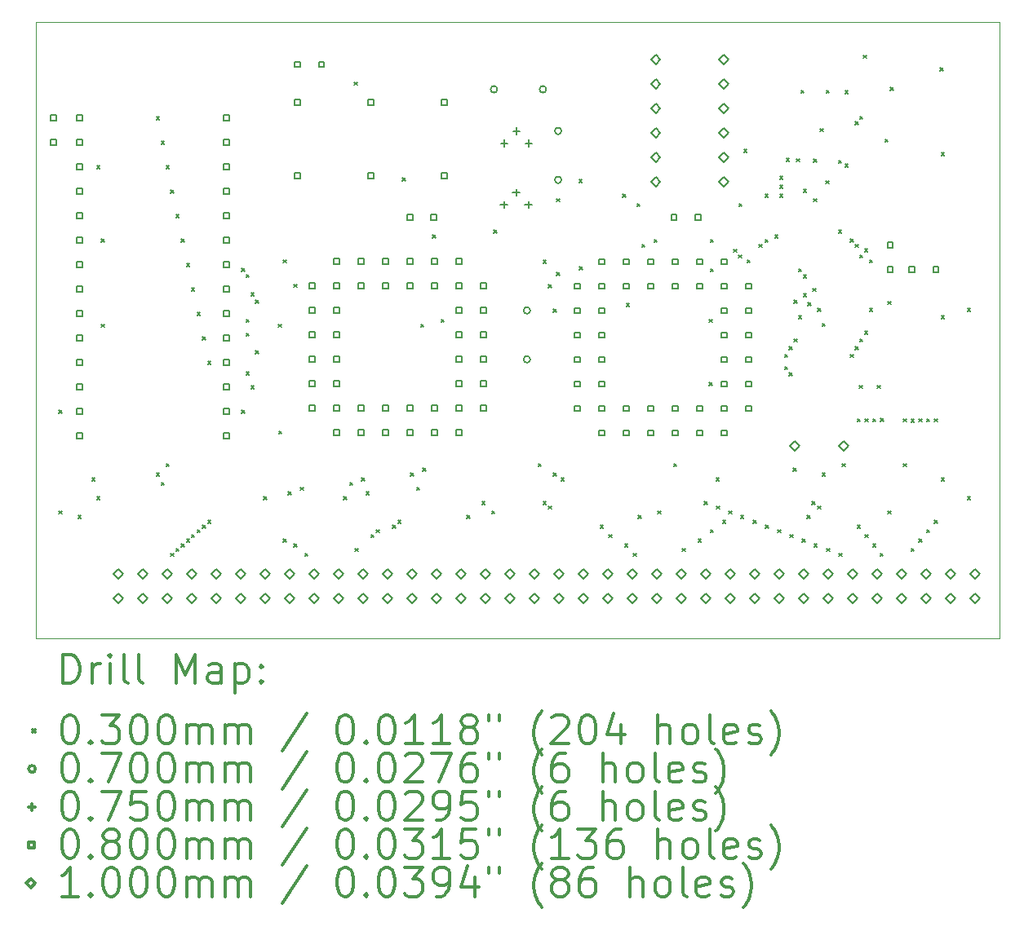
<source format=gbr>
%FSLAX45Y45*%
G04 Gerber Fmt 4.5, Leading zero omitted, Abs format (unit mm)*
G04 Created by KiCad (PCBNEW (5.1.12)-1) date 2022-08-10 21:55:40*
%MOMM*%
%LPD*%
G01*
G04 APERTURE LIST*
%TA.AperFunction,Profile*%
%ADD10C,0.050000*%
%TD*%
%ADD11C,0.200000*%
%ADD12C,0.300000*%
G04 APERTURE END LIST*
D10*
X18164830Y-7723690D02*
X18164830Y-14123690D01*
X8164830Y-14123690D02*
X18164830Y-14123690D01*
X8164830Y-7723690D02*
X8164830Y-14123690D01*
X8164830Y-7723690D02*
X18164830Y-7723690D01*
D11*
X8405354Y-11755360D02*
X8435354Y-11785360D01*
X8435354Y-11755360D02*
X8405354Y-11785360D01*
X8405354Y-12801840D02*
X8435354Y-12831840D01*
X8435354Y-12801840D02*
X8405354Y-12831840D01*
X8606492Y-12850892D02*
X8636492Y-12880892D01*
X8636492Y-12850892D02*
X8606492Y-12880892D01*
X8748820Y-12458490D02*
X8778820Y-12488490D01*
X8778820Y-12458490D02*
X8748820Y-12488490D01*
X8798630Y-12654690D02*
X8828630Y-12684690D01*
X8828630Y-12654690D02*
X8798630Y-12684690D01*
X8798800Y-9215360D02*
X8828800Y-9245360D01*
X8828800Y-9215360D02*
X8798800Y-9245360D01*
X8847680Y-9980154D02*
X8877680Y-10010154D01*
X8877680Y-9980154D02*
X8847680Y-10010154D01*
X8847680Y-10863820D02*
X8877680Y-10893820D01*
X8877680Y-10863820D02*
X8847680Y-10893820D01*
X9419322Y-8707360D02*
X9449322Y-8737360D01*
X9449322Y-8707360D02*
X9419322Y-8737360D01*
X9419492Y-12409440D02*
X9449492Y-12439440D01*
X9449492Y-12409440D02*
X9419492Y-12439440D01*
X9468344Y-8961614D02*
X9498344Y-8991614D01*
X9498344Y-8961614D02*
X9468344Y-8991614D01*
X9468766Y-12507540D02*
X9498766Y-12537540D01*
X9498766Y-12507540D02*
X9468766Y-12537540D01*
X9517592Y-12311340D02*
X9547592Y-12341340D01*
X9547592Y-12311340D02*
X9517592Y-12341340D01*
X9517620Y-9215106D02*
X9547620Y-9245106D01*
X9547620Y-9215106D02*
X9517620Y-9245106D01*
X9566642Y-9469106D02*
X9596642Y-9499106D01*
X9596642Y-9469106D02*
X9566642Y-9499106D01*
X9566642Y-13243292D02*
X9596642Y-13273292D01*
X9596642Y-13243292D02*
X9566642Y-13273292D01*
X9620998Y-9723360D02*
X9650998Y-9753360D01*
X9650998Y-9723360D02*
X9620998Y-9753360D01*
X9621280Y-13194242D02*
X9651280Y-13224242D01*
X9651280Y-13194242D02*
X9621280Y-13224242D01*
X9675100Y-9977360D02*
X9705100Y-10007360D01*
X9705100Y-9977360D02*
X9675100Y-10007360D01*
X9675156Y-13145192D02*
X9705156Y-13175192D01*
X9705156Y-13145192D02*
X9675156Y-13175192D01*
X9729456Y-10231106D02*
X9759456Y-10261106D01*
X9759456Y-10231106D02*
X9729456Y-10261106D01*
X9729626Y-13096142D02*
X9759626Y-13126142D01*
X9759626Y-13096142D02*
X9729626Y-13126142D01*
X9783304Y-10485106D02*
X9813304Y-10515106D01*
X9813304Y-10485106D02*
X9783304Y-10515106D01*
X9783416Y-13047092D02*
X9813416Y-13077092D01*
X9813416Y-13047092D02*
X9783416Y-13077092D01*
X9840200Y-12998042D02*
X9870200Y-13028042D01*
X9870200Y-12998042D02*
X9840200Y-13028042D01*
X9840454Y-10740122D02*
X9870454Y-10770122D01*
X9870454Y-10740122D02*
X9840454Y-10770122D01*
X9894048Y-10993106D02*
X9924048Y-11023106D01*
X9924048Y-10993106D02*
X9894048Y-11023106D01*
X9894430Y-12948992D02*
X9924430Y-12978992D01*
X9924430Y-12948992D02*
X9894430Y-12978992D01*
X9951394Y-12899942D02*
X9981394Y-12929942D01*
X9981394Y-12899942D02*
X9951394Y-12929942D01*
X9951452Y-11247360D02*
X9981452Y-11277360D01*
X9981452Y-11247360D02*
X9951452Y-11277360D01*
X10300448Y-10285970D02*
X10330448Y-10315970D01*
X10330448Y-10285970D02*
X10300448Y-10315970D01*
X10300448Y-11755614D02*
X10330448Y-11785614D01*
X10330448Y-11755614D02*
X10300448Y-11785614D01*
X10349498Y-10346236D02*
X10379498Y-10376236D01*
X10379498Y-10346236D02*
X10349498Y-10376236D01*
X10349498Y-10814770D02*
X10379498Y-10844770D01*
X10379498Y-10814770D02*
X10349498Y-10844770D01*
X10349498Y-10958054D02*
X10379498Y-10988054D01*
X10379498Y-10958054D02*
X10349498Y-10988054D01*
X10349498Y-11360390D02*
X10379498Y-11390390D01*
X10379498Y-11360390D02*
X10349498Y-11390390D01*
X10398548Y-10539716D02*
X10428548Y-10569716D01*
X10428548Y-10539716D02*
X10398548Y-10569716D01*
X10398746Y-11501360D02*
X10428746Y-11531360D01*
X10428746Y-11501360D02*
X10398746Y-11531360D01*
X10447598Y-10613630D02*
X10477598Y-10643630D01*
X10477598Y-10613630D02*
X10447598Y-10643630D01*
X10447598Y-11138140D02*
X10477598Y-11168140D01*
X10477598Y-11138140D02*
X10447598Y-11168140D01*
X10529810Y-12654690D02*
X10559810Y-12684690D01*
X10559810Y-12654690D02*
X10529810Y-12684690D01*
X10685512Y-10863820D02*
X10715512Y-10893820D01*
X10715512Y-10863820D02*
X10685512Y-10893820D01*
X10685710Y-11973546D02*
X10715710Y-12003546D01*
X10715710Y-11973546D02*
X10685710Y-12003546D01*
X10734280Y-10195038D02*
X10764280Y-10225038D01*
X10764280Y-10195038D02*
X10734280Y-10225038D01*
X10734780Y-13096142D02*
X10764780Y-13126142D01*
X10764780Y-13096142D02*
X10734780Y-13126142D01*
X10783810Y-12605640D02*
X10813810Y-12635640D01*
X10813810Y-12605640D02*
X10783810Y-12635640D01*
X10844770Y-10449546D02*
X10874770Y-10479546D01*
X10874770Y-10449546D02*
X10844770Y-10479546D01*
X10844826Y-13145192D02*
X10874826Y-13175192D01*
X10874826Y-13145192D02*
X10844826Y-13175192D01*
X10909794Y-12556590D02*
X10939794Y-12586590D01*
X10939794Y-12556590D02*
X10909794Y-12586590D01*
X10959324Y-13243292D02*
X10989324Y-13273292D01*
X10989324Y-13243292D02*
X10959324Y-13273292D01*
X11361068Y-12654690D02*
X11391068Y-12684690D01*
X11391068Y-12654690D02*
X11361068Y-12684690D01*
X11422366Y-12507540D02*
X11452366Y-12537540D01*
X11452366Y-12507540D02*
X11422366Y-12537540D01*
X11469102Y-8348458D02*
X11499102Y-8378458D01*
X11499102Y-8348458D02*
X11469102Y-8378458D01*
X11480786Y-13194242D02*
X11510786Y-13224242D01*
X11510786Y-13194242D02*
X11480786Y-13224242D01*
X11545810Y-12458490D02*
X11575810Y-12488490D01*
X11575810Y-12458490D02*
X11545810Y-12488490D01*
X11594880Y-12605640D02*
X11624880Y-12635640D01*
X11624880Y-12605640D02*
X11594880Y-12635640D01*
X11643488Y-13047092D02*
X11673488Y-13077092D01*
X11673488Y-13047092D02*
X11643488Y-13077092D01*
X11699340Y-12998042D02*
X11729340Y-13028042D01*
X11729340Y-12998042D02*
X11699340Y-13028042D01*
X11868050Y-12948992D02*
X11898050Y-12978992D01*
X11898050Y-12948992D02*
X11868050Y-12978992D01*
X11922296Y-12899942D02*
X11952296Y-12929942D01*
X11952296Y-12899942D02*
X11922296Y-12929942D01*
X11972022Y-9344646D02*
X12002022Y-9374646D01*
X12002022Y-9344646D02*
X11972022Y-9374646D01*
X12053810Y-12409440D02*
X12083810Y-12439440D01*
X12083810Y-12409440D02*
X12053810Y-12439440D01*
X12118974Y-12556590D02*
X12148974Y-12586590D01*
X12148974Y-12556590D02*
X12118974Y-12586590D01*
X12159728Y-10863820D02*
X12189728Y-10893820D01*
X12189728Y-10863820D02*
X12159728Y-10893820D01*
X12182080Y-12360390D02*
X12212080Y-12390390D01*
X12212080Y-12360390D02*
X12182080Y-12390390D01*
X12285458Y-9936720D02*
X12315458Y-9966720D01*
X12315458Y-9936720D02*
X12285458Y-9966720D01*
X12374104Y-10814770D02*
X12404104Y-10844770D01*
X12404104Y-10814770D02*
X12374104Y-10844770D01*
X12639758Y-12850892D02*
X12669758Y-12880892D01*
X12669758Y-12850892D02*
X12639758Y-12880892D01*
X12794276Y-12703740D02*
X12824276Y-12733740D01*
X12824276Y-12703740D02*
X12794276Y-12733740D01*
X12895566Y-12801840D02*
X12925566Y-12831840D01*
X12925566Y-12801840D02*
X12895566Y-12831840D01*
X12916902Y-9887332D02*
X12946902Y-9917332D01*
X12946902Y-9887332D02*
X12916902Y-9917332D01*
X13379410Y-12311340D02*
X13409410Y-12341340D01*
X13409410Y-12311340D02*
X13379410Y-12341340D01*
X13429474Y-10198340D02*
X13459474Y-10228340D01*
X13459474Y-10198340D02*
X13429474Y-10228340D01*
X13429672Y-12703740D02*
X13459672Y-12733740D01*
X13459672Y-12703740D02*
X13429672Y-12733740D01*
X13485354Y-10453102D02*
X13515354Y-10483102D01*
X13515354Y-10453102D02*
X13485354Y-10483102D01*
X13485382Y-12752790D02*
X13515382Y-12782790D01*
X13515382Y-12752790D02*
X13485382Y-12782790D01*
X13534376Y-10706848D02*
X13564376Y-10736848D01*
X13564376Y-10706848D02*
X13534376Y-10736848D01*
X13534406Y-12409440D02*
X13564406Y-12439440D01*
X13564406Y-12409440D02*
X13534406Y-12439440D01*
X13569174Y-9561562D02*
X13599174Y-9591562D01*
X13599174Y-9561562D02*
X13569174Y-9591562D01*
X13569174Y-10324324D02*
X13599174Y-10354324D01*
X13599174Y-10324324D02*
X13569174Y-10354324D01*
X13618762Y-12458490D02*
X13648762Y-12488490D01*
X13648762Y-12458490D02*
X13618762Y-12488490D01*
X13805140Y-9362680D02*
X13835140Y-9392680D01*
X13835140Y-9362680D02*
X13805140Y-9392680D01*
X13805246Y-10266814D02*
X13835246Y-10296814D01*
X13835246Y-10266814D02*
X13805246Y-10296814D01*
X14024510Y-12948992D02*
X14054510Y-12978992D01*
X14054510Y-12948992D02*
X14024510Y-12978992D01*
X14114370Y-13047092D02*
X14144370Y-13077092D01*
X14144370Y-13047092D02*
X14114370Y-13077092D01*
X14257260Y-9512512D02*
X14287260Y-9542512D01*
X14287260Y-9512512D02*
X14257260Y-9542512D01*
X14278286Y-13145192D02*
X14308286Y-13175192D01*
X14308286Y-13145192D02*
X14278286Y-13175192D01*
X14294852Y-10646396D02*
X14324852Y-10676396D01*
X14324852Y-10646396D02*
X14294852Y-10676396D01*
X14368512Y-13243292D02*
X14398512Y-13273292D01*
X14398512Y-13243292D02*
X14368512Y-13273292D01*
X14406330Y-9610612D02*
X14436330Y-9640612D01*
X14436330Y-9610612D02*
X14406330Y-9640612D01*
X14419282Y-12850892D02*
X14449282Y-12880892D01*
X14449282Y-12850892D02*
X14419282Y-12880892D01*
X14455380Y-10035780D02*
X14485380Y-10065780D01*
X14485380Y-10035780D02*
X14455380Y-10065780D01*
X14582380Y-9985432D02*
X14612380Y-10015432D01*
X14612380Y-9985432D02*
X14582380Y-10015432D01*
X14622512Y-12801840D02*
X14652512Y-12831840D01*
X14652512Y-12801840D02*
X14622512Y-12831840D01*
X14786342Y-12311340D02*
X14816342Y-12341340D01*
X14816342Y-12311340D02*
X14786342Y-12341340D01*
X14876540Y-13194242D02*
X14906540Y-13224242D01*
X14906540Y-13194242D02*
X14876540Y-13224242D01*
X15040426Y-13096142D02*
X15070426Y-13126142D01*
X15070426Y-13096142D02*
X15040426Y-13126142D01*
X15101810Y-12703740D02*
X15131810Y-12733740D01*
X15131810Y-12703740D02*
X15101810Y-12733740D01*
X15155122Y-10814770D02*
X15185122Y-10844770D01*
X15185122Y-10814770D02*
X15155122Y-10844770D01*
X15155122Y-11468848D02*
X15185122Y-11498848D01*
X15185122Y-11468848D02*
X15155122Y-11498848D01*
X15167032Y-9985432D02*
X15197032Y-10015432D01*
X15197032Y-9985432D02*
X15167032Y-10015432D01*
X15167194Y-10289166D02*
X15197194Y-10319166D01*
X15197194Y-10289166D02*
X15167194Y-10319166D01*
X15167990Y-12998042D02*
X15197990Y-13028042D01*
X15197990Y-12998042D02*
X15167990Y-13028042D01*
X15224550Y-12458490D02*
X15254550Y-12488490D01*
X15254550Y-12458490D02*
X15224550Y-12488490D01*
X15231350Y-12752790D02*
X15261350Y-12782790D01*
X15261350Y-12752790D02*
X15231350Y-12782790D01*
X15293776Y-12899942D02*
X15323776Y-12929942D01*
X15323776Y-12899942D02*
X15293776Y-12929942D01*
X15355810Y-12801840D02*
X15385810Y-12831840D01*
X15385810Y-12801840D02*
X15355810Y-12831840D01*
X15409629Y-10083532D02*
X15439629Y-10113532D01*
X15439629Y-10083532D02*
X15409629Y-10113532D01*
X15460740Y-10145000D02*
X15490740Y-10175000D01*
X15490740Y-10145000D02*
X15460740Y-10175000D01*
X15461220Y-9610612D02*
X15491220Y-9640612D01*
X15491220Y-9610612D02*
X15461220Y-9640612D01*
X15480778Y-12850892D02*
X15510778Y-12880892D01*
X15510778Y-12850892D02*
X15480778Y-12880892D01*
X15514306Y-9048482D02*
X15544306Y-9078482D01*
X15544306Y-9048482D02*
X15514306Y-9078482D01*
X15548342Y-10194050D02*
X15578342Y-10224050D01*
X15578342Y-10194050D02*
X15548342Y-10224050D01*
X15609810Y-12899942D02*
X15639810Y-12929942D01*
X15639810Y-12899942D02*
X15609810Y-12929942D01*
X15672458Y-10034482D02*
X15702458Y-10064482D01*
X15702458Y-10034482D02*
X15672458Y-10064482D01*
X15733000Y-9512512D02*
X15763000Y-9542512D01*
X15763000Y-9512512D02*
X15733000Y-9542512D01*
X15734290Y-9985432D02*
X15764290Y-10015432D01*
X15764290Y-9985432D02*
X15734290Y-10015432D01*
X15736810Y-12948992D02*
X15766810Y-12978992D01*
X15766810Y-12948992D02*
X15736810Y-12978992D01*
X15837140Y-9936382D02*
X15867140Y-9966382D01*
X15867140Y-9936382D02*
X15837140Y-9966382D01*
X15864064Y-12998042D02*
X15894064Y-13028042D01*
X15894064Y-12998042D02*
X15864064Y-13028042D01*
X15886190Y-9329406D02*
X15916190Y-9359406D01*
X15916190Y-9329406D02*
X15886190Y-9359406D01*
X15886190Y-9420338D02*
X15916190Y-9450338D01*
X15916190Y-9420338D02*
X15886190Y-9450338D01*
X15886190Y-9512512D02*
X15916190Y-9542512D01*
X15916190Y-9512512D02*
X15886190Y-9542512D01*
X15935214Y-11177002D02*
X15965214Y-11207002D01*
X15965214Y-11177002D02*
X15935214Y-11207002D01*
X15935214Y-11303778D02*
X15965214Y-11333778D01*
X15965214Y-11303778D02*
X15935214Y-11333778D01*
X15951948Y-9142208D02*
X15981948Y-9172208D01*
X15981948Y-9142208D02*
X15951948Y-9172208D01*
X15984264Y-11097246D02*
X16014264Y-11127246D01*
X16014264Y-11097246D02*
X15984264Y-11127246D01*
X15984264Y-11368518D02*
X16014264Y-11398518D01*
X16014264Y-11368518D02*
X15984264Y-11398518D01*
X15992984Y-13047092D02*
X16022984Y-13077092D01*
X16022984Y-13047092D02*
X15992984Y-13077092D01*
X16027896Y-12360390D02*
X16057896Y-12390390D01*
X16057896Y-12360390D02*
X16027896Y-12390390D01*
X16033314Y-10616084D02*
X16063314Y-10646084D01*
X16063314Y-10616084D02*
X16033314Y-10646084D01*
X16033314Y-11017236D02*
X16063314Y-11047236D01*
X16063314Y-11017236D02*
X16033314Y-11047236D01*
X16059136Y-9143478D02*
X16089136Y-9173478D01*
X16089136Y-9143478D02*
X16059136Y-9173478D01*
X16082364Y-10288878D02*
X16112364Y-10318878D01*
X16112364Y-10288878D02*
X16082364Y-10318878D01*
X16082364Y-10777206D02*
X16112364Y-10807206D01*
X16112364Y-10777206D02*
X16082364Y-10807206D01*
X16107142Y-8435072D02*
X16137142Y-8465072D01*
X16137142Y-8435072D02*
X16107142Y-8465072D01*
X16117810Y-13096142D02*
X16147810Y-13126142D01*
X16147810Y-13096142D02*
X16117810Y-13126142D01*
X16131414Y-10352914D02*
X16161414Y-10382914D01*
X16161414Y-10352914D02*
X16131414Y-10382914D01*
X16131414Y-10545700D02*
X16161414Y-10575700D01*
X16161414Y-10545700D02*
X16131414Y-10575700D01*
X16133050Y-9461486D02*
X16163050Y-9491486D01*
X16163050Y-9461486D02*
X16133050Y-9491486D01*
X16169402Y-12850892D02*
X16199402Y-12880892D01*
X16199402Y-12850892D02*
X16169402Y-12880892D01*
X16180464Y-10637676D02*
X16210464Y-10667676D01*
X16210464Y-10637676D02*
X16180464Y-10667676D01*
X16218338Y-12703740D02*
X16248338Y-12733740D01*
X16248338Y-12703740D02*
X16218338Y-12733740D01*
X16229316Y-10492218D02*
X16259316Y-10522218D01*
X16259316Y-10492218D02*
X16229316Y-10522218D01*
X16237734Y-9147506D02*
X16267734Y-9177506D01*
X16267734Y-9147506D02*
X16237734Y-9177506D01*
X16237952Y-9561562D02*
X16267952Y-9591562D01*
X16267952Y-9561562D02*
X16237952Y-9591562D01*
X16242580Y-13145192D02*
X16272580Y-13175192D01*
X16272580Y-13145192D02*
X16242580Y-13175192D01*
X16278564Y-12752790D02*
X16308564Y-12782790D01*
X16308564Y-12752790D02*
X16278564Y-12782790D01*
X16278592Y-10697450D02*
X16308592Y-10727450D01*
X16308592Y-10697450D02*
X16278592Y-10727450D01*
X16303230Y-8832836D02*
X16333230Y-8862836D01*
X16333230Y-8832836D02*
X16303230Y-8862836D01*
X16327614Y-10857216D02*
X16357614Y-10887216D01*
X16357614Y-10857216D02*
X16327614Y-10887216D01*
X16327644Y-12409440D02*
X16357644Y-12439440D01*
X16357644Y-12409440D02*
X16327644Y-12439440D01*
X16366476Y-9373602D02*
X16396476Y-9403602D01*
X16396476Y-9373602D02*
X16366476Y-9403602D01*
X16367746Y-8435072D02*
X16397746Y-8465072D01*
X16397746Y-8435072D02*
X16367746Y-8465072D01*
X16372572Y-13194242D02*
X16402572Y-13224242D01*
X16402572Y-13194242D02*
X16372572Y-13224242D01*
X16495762Y-9163290D02*
X16525762Y-9193290D01*
X16525762Y-9163290D02*
X16495762Y-9193290D01*
X16495762Y-9885158D02*
X16525762Y-9915158D01*
X16525762Y-9885158D02*
X16495762Y-9915158D01*
X16499572Y-13243292D02*
X16529572Y-13273292D01*
X16529572Y-13243292D02*
X16499572Y-13273292D01*
X16535894Y-12311340D02*
X16565894Y-12341340D01*
X16565894Y-12311340D02*
X16535894Y-12341340D01*
X16564088Y-8436342D02*
X16594088Y-8466342D01*
X16594088Y-8436342D02*
X16564088Y-8466342D01*
X16564088Y-9201136D02*
X16594088Y-9231136D01*
X16594088Y-9201136D02*
X16564088Y-9231136D01*
X16619413Y-9980865D02*
X16649413Y-10010865D01*
X16649413Y-9980865D02*
X16619413Y-10010865D01*
X16619460Y-11177002D02*
X16649460Y-11207002D01*
X16649460Y-11177002D02*
X16619460Y-11207002D01*
X16668510Y-8760036D02*
X16698510Y-8790036D01*
X16698510Y-8760036D02*
X16668510Y-8790036D01*
X16668510Y-10034482D02*
X16698510Y-10064482D01*
X16698510Y-10034482D02*
X16668510Y-10064482D01*
X16668510Y-11097246D02*
X16698510Y-11127246D01*
X16698510Y-11097246D02*
X16668510Y-11127246D01*
X16689564Y-11845022D02*
X16719564Y-11875022D01*
X16719564Y-11845022D02*
X16689564Y-11875022D01*
X16689650Y-12948992D02*
X16719650Y-12978992D01*
X16719650Y-12948992D02*
X16689650Y-12978992D01*
X16710696Y-11497246D02*
X16740696Y-11527246D01*
X16740696Y-11497246D02*
X16710696Y-11527246D01*
X16715472Y-8703550D02*
X16745472Y-8733550D01*
X16745472Y-8703550D02*
X16715472Y-8733550D01*
X16717560Y-10144802D02*
X16747560Y-10174802D01*
X16747560Y-10144802D02*
X16717560Y-10174802D01*
X16717560Y-11017236D02*
X16747560Y-11047236D01*
X16747560Y-11017236D02*
X16717560Y-11047236D01*
X16755604Y-8068296D02*
X16785604Y-8098296D01*
X16785604Y-8068296D02*
X16755604Y-8098296D01*
X16766610Y-10082600D02*
X16796610Y-10112600D01*
X16796610Y-10082600D02*
X16766610Y-10112600D01*
X16766610Y-10937226D02*
X16796610Y-10967226D01*
X16796610Y-10937226D02*
X16766610Y-10967226D01*
X16769574Y-11844514D02*
X16799574Y-11874514D01*
X16799574Y-11844514D02*
X16769574Y-11874514D01*
X16769686Y-13047092D02*
X16799686Y-13077092D01*
X16799686Y-13047092D02*
X16769686Y-13077092D01*
X16815660Y-10194672D02*
X16845660Y-10224672D01*
X16845660Y-10194672D02*
X16815660Y-10224672D01*
X16815660Y-10697196D02*
X16845660Y-10727196D01*
X16845660Y-10697196D02*
X16815660Y-10727196D01*
X16849584Y-11844514D02*
X16879584Y-11874514D01*
X16879584Y-11844514D02*
X16849584Y-11874514D01*
X16849640Y-13145192D02*
X16879640Y-13175192D01*
X16879640Y-13145192D02*
X16849640Y-13175192D01*
X16899876Y-11497550D02*
X16929876Y-11527550D01*
X16929876Y-11497550D02*
X16899876Y-11527550D01*
X16927308Y-13243292D02*
X16957308Y-13273292D01*
X16957308Y-13243292D02*
X16927308Y-13273292D01*
X16929594Y-11842482D02*
X16959594Y-11872482D01*
X16959594Y-11842482D02*
X16929594Y-11872482D01*
X16980140Y-8943580D02*
X17010140Y-8973580D01*
X17010140Y-8943580D02*
X16980140Y-8973580D01*
X17009604Y-10626838D02*
X17039604Y-10656838D01*
X17039604Y-10626838D02*
X17009604Y-10656838D01*
X17009858Y-12801840D02*
X17039858Y-12831840D01*
X17039858Y-12801840D02*
X17009858Y-12831840D01*
X17034496Y-8402560D02*
X17064496Y-8432560D01*
X17064496Y-8402560D02*
X17034496Y-8432560D01*
X17169624Y-11847054D02*
X17199624Y-11877054D01*
X17199624Y-11847054D02*
X17169624Y-11877054D01*
X17169650Y-12311340D02*
X17199650Y-12341340D01*
X17199650Y-12311340D02*
X17169650Y-12341340D01*
X17249606Y-13194242D02*
X17279606Y-13224242D01*
X17279606Y-13194242D02*
X17249606Y-13224242D01*
X17249634Y-11848832D02*
X17279634Y-11878832D01*
X17279634Y-11848832D02*
X17249634Y-11878832D01*
X17329560Y-13096142D02*
X17359560Y-13126142D01*
X17359560Y-13096142D02*
X17329560Y-13126142D01*
X17329644Y-11847562D02*
X17359644Y-11877562D01*
X17359644Y-11847562D02*
X17329644Y-11877562D01*
X17409654Y-11845022D02*
X17439654Y-11875022D01*
X17439654Y-11845022D02*
X17409654Y-11875022D01*
X17409768Y-12998042D02*
X17439768Y-13028042D01*
X17439768Y-12998042D02*
X17409768Y-13028042D01*
X17489606Y-12899942D02*
X17519606Y-12929942D01*
X17519606Y-12899942D02*
X17489606Y-12929942D01*
X17489664Y-11846038D02*
X17519664Y-11876038D01*
X17519664Y-11846038D02*
X17489664Y-11876038D01*
X17550696Y-8203606D02*
X17580696Y-8233606D01*
X17580696Y-8203606D02*
X17550696Y-8233606D01*
X17561728Y-9083606D02*
X17591728Y-9113606D01*
X17591728Y-9083606D02*
X17561728Y-9113606D01*
X17563070Y-10777206D02*
X17593070Y-10807206D01*
X17593070Y-10777206D02*
X17563070Y-10807206D01*
X17563266Y-12458490D02*
X17593266Y-12488490D01*
X17593266Y-12458490D02*
X17563266Y-12488490D01*
X17834512Y-12654690D02*
X17864512Y-12684690D01*
X17864512Y-12654690D02*
X17834512Y-12684690D01*
X17835104Y-10697196D02*
X17865104Y-10727196D01*
X17865104Y-10697196D02*
X17835104Y-10727196D01*
X12954964Y-8424418D02*
G75*
G03*
X12954964Y-8424418I-35000J0D01*
G01*
X13297356Y-10719816D02*
G75*
G03*
X13297356Y-10719816I-35000J0D01*
G01*
X13297356Y-11227816D02*
G75*
G03*
X13297356Y-11227816I-35000J0D01*
G01*
X13462964Y-8424418D02*
G75*
G03*
X13462964Y-8424418I-35000J0D01*
G01*
X13620698Y-8856472D02*
G75*
G03*
X13620698Y-8856472I-35000J0D01*
G01*
X13620698Y-9364472D02*
G75*
G03*
X13620698Y-9364472I-35000J0D01*
G01*
X13023088Y-9584020D02*
X13023088Y-9659020D01*
X12985588Y-9621520D02*
X13060588Y-9621520D01*
X13026644Y-8945210D02*
X13026644Y-9020210D01*
X12989144Y-8982710D02*
X13064144Y-8982710D01*
X13150088Y-9457020D02*
X13150088Y-9532020D01*
X13112588Y-9494520D02*
X13187588Y-9494520D01*
X13153644Y-8818210D02*
X13153644Y-8893210D01*
X13116144Y-8855710D02*
X13191144Y-8855710D01*
X13277088Y-9584020D02*
X13277088Y-9659020D01*
X13239588Y-9621520D02*
X13314588Y-9621520D01*
X13280644Y-8945210D02*
X13280644Y-9020210D01*
X13243144Y-8982710D02*
X13318144Y-8982710D01*
X8377772Y-8750137D02*
X8377772Y-8693568D01*
X8321203Y-8693568D01*
X8321203Y-8750137D01*
X8377772Y-8750137D01*
X8377772Y-9000137D02*
X8377772Y-8943568D01*
X8321203Y-8943568D01*
X8321203Y-9000137D01*
X8377772Y-9000137D01*
X8649807Y-8750645D02*
X8649807Y-8694076D01*
X8593238Y-8694076D01*
X8593238Y-8750645D01*
X8649807Y-8750645D01*
X8649807Y-9004645D02*
X8649807Y-8948076D01*
X8593238Y-8948076D01*
X8593238Y-9004645D01*
X8649807Y-9004645D01*
X8649807Y-9258645D02*
X8649807Y-9202076D01*
X8593238Y-9202076D01*
X8593238Y-9258645D01*
X8649807Y-9258645D01*
X8649807Y-9512645D02*
X8649807Y-9456076D01*
X8593238Y-9456076D01*
X8593238Y-9512645D01*
X8649807Y-9512645D01*
X8649807Y-9766645D02*
X8649807Y-9710076D01*
X8593238Y-9710076D01*
X8593238Y-9766645D01*
X8649807Y-9766645D01*
X8649807Y-10020645D02*
X8649807Y-9964076D01*
X8593238Y-9964076D01*
X8593238Y-10020645D01*
X8649807Y-10020645D01*
X8649807Y-10274645D02*
X8649807Y-10218076D01*
X8593238Y-10218076D01*
X8593238Y-10274645D01*
X8649807Y-10274645D01*
X8649807Y-10528645D02*
X8649807Y-10472076D01*
X8593238Y-10472076D01*
X8593238Y-10528645D01*
X8649807Y-10528645D01*
X8649807Y-10782645D02*
X8649807Y-10726076D01*
X8593238Y-10726076D01*
X8593238Y-10782645D01*
X8649807Y-10782645D01*
X8649807Y-11036645D02*
X8649807Y-10980076D01*
X8593238Y-10980076D01*
X8593238Y-11036645D01*
X8649807Y-11036645D01*
X8649807Y-11290644D02*
X8649807Y-11234075D01*
X8593238Y-11234075D01*
X8593238Y-11290644D01*
X8649807Y-11290644D01*
X8649807Y-11544644D02*
X8649807Y-11488075D01*
X8593238Y-11488075D01*
X8593238Y-11544644D01*
X8649807Y-11544644D01*
X8649807Y-11798644D02*
X8649807Y-11742075D01*
X8593238Y-11742075D01*
X8593238Y-11798644D01*
X8649807Y-11798644D01*
X8649807Y-12052644D02*
X8649807Y-11996075D01*
X8593238Y-11996075D01*
X8593238Y-12052644D01*
X8649807Y-12052644D01*
X10173807Y-8750645D02*
X10173807Y-8694076D01*
X10117238Y-8694076D01*
X10117238Y-8750645D01*
X10173807Y-8750645D01*
X10173807Y-9004645D02*
X10173807Y-8948076D01*
X10117238Y-8948076D01*
X10117238Y-9004645D01*
X10173807Y-9004645D01*
X10173807Y-9258645D02*
X10173807Y-9202076D01*
X10117238Y-9202076D01*
X10117238Y-9258645D01*
X10173807Y-9258645D01*
X10173807Y-9512645D02*
X10173807Y-9456076D01*
X10117238Y-9456076D01*
X10117238Y-9512645D01*
X10173807Y-9512645D01*
X10173807Y-9766645D02*
X10173807Y-9710076D01*
X10117238Y-9710076D01*
X10117238Y-9766645D01*
X10173807Y-9766645D01*
X10173807Y-10020645D02*
X10173807Y-9964076D01*
X10117238Y-9964076D01*
X10117238Y-10020645D01*
X10173807Y-10020645D01*
X10173807Y-10274645D02*
X10173807Y-10218076D01*
X10117238Y-10218076D01*
X10117238Y-10274645D01*
X10173807Y-10274645D01*
X10173807Y-10528645D02*
X10173807Y-10472076D01*
X10117238Y-10472076D01*
X10117238Y-10528645D01*
X10173807Y-10528645D01*
X10173807Y-10782645D02*
X10173807Y-10726076D01*
X10117238Y-10726076D01*
X10117238Y-10782645D01*
X10173807Y-10782645D01*
X10173807Y-11036645D02*
X10173807Y-10980076D01*
X10117238Y-10980076D01*
X10117238Y-11036645D01*
X10173807Y-11036645D01*
X10173807Y-11290644D02*
X10173807Y-11234075D01*
X10117238Y-11234075D01*
X10117238Y-11290644D01*
X10173807Y-11290644D01*
X10173807Y-11544644D02*
X10173807Y-11488075D01*
X10117238Y-11488075D01*
X10117238Y-11544644D01*
X10173807Y-11544644D01*
X10173807Y-11798644D02*
X10173807Y-11742075D01*
X10117238Y-11742075D01*
X10117238Y-11798644D01*
X10173807Y-11798644D01*
X10173807Y-12052644D02*
X10173807Y-11996075D01*
X10117238Y-11996075D01*
X10117238Y-12052644D01*
X10173807Y-12052644D01*
X10908629Y-8193876D02*
X10908629Y-8137307D01*
X10852060Y-8137307D01*
X10852060Y-8193876D01*
X10908629Y-8193876D01*
X10908883Y-8584783D02*
X10908883Y-8528214D01*
X10852314Y-8528214D01*
X10852314Y-8584783D01*
X10908883Y-8584783D01*
X10908883Y-8584783D02*
X10908883Y-8528214D01*
X10852314Y-8528214D01*
X10852314Y-8584783D01*
X10908883Y-8584783D01*
X10908883Y-9346783D02*
X10908883Y-9290214D01*
X10852314Y-9290214D01*
X10852314Y-9346783D01*
X10908883Y-9346783D01*
X10908883Y-9346783D02*
X10908883Y-9290214D01*
X10852314Y-9290214D01*
X10852314Y-9346783D01*
X10908883Y-9346783D01*
X11058743Y-10492979D02*
X11058743Y-10436410D01*
X11002174Y-10436410D01*
X11002174Y-10492979D01*
X11058743Y-10492979D01*
X11058743Y-10746979D02*
X11058743Y-10690410D01*
X11002174Y-10690410D01*
X11002174Y-10746979D01*
X11058743Y-10746979D01*
X11058743Y-11000979D02*
X11058743Y-10944410D01*
X11002174Y-10944410D01*
X11002174Y-11000979D01*
X11058743Y-11000979D01*
X11058743Y-11254978D02*
X11058743Y-11198409D01*
X11002174Y-11198409D01*
X11002174Y-11254978D01*
X11058743Y-11254978D01*
X11058743Y-11508978D02*
X11058743Y-11452409D01*
X11002174Y-11452409D01*
X11002174Y-11508978D01*
X11058743Y-11508978D01*
X11058743Y-11762978D02*
X11058743Y-11706409D01*
X11002174Y-11706409D01*
X11002174Y-11762978D01*
X11058743Y-11762978D01*
X11158629Y-8193876D02*
X11158629Y-8137307D01*
X11102060Y-8137307D01*
X11102060Y-8193876D01*
X11158629Y-8193876D01*
X11312742Y-10238979D02*
X11312742Y-10182410D01*
X11256173Y-10182410D01*
X11256173Y-10238979D01*
X11312742Y-10238979D01*
X11312742Y-10492979D02*
X11312742Y-10436410D01*
X11256173Y-10436410D01*
X11256173Y-10492979D01*
X11312742Y-10492979D01*
X11312742Y-10746979D02*
X11312742Y-10690410D01*
X11256173Y-10690410D01*
X11256173Y-10746979D01*
X11312742Y-10746979D01*
X11312742Y-11000979D02*
X11312742Y-10944410D01*
X11256173Y-10944410D01*
X11256173Y-11000979D01*
X11312742Y-11000979D01*
X11312742Y-11254978D02*
X11312742Y-11198409D01*
X11256173Y-11198409D01*
X11256173Y-11254978D01*
X11312742Y-11254978D01*
X11312742Y-11508978D02*
X11312742Y-11452409D01*
X11256173Y-11452409D01*
X11256173Y-11508978D01*
X11312742Y-11508978D01*
X11312742Y-11762978D02*
X11312742Y-11706409D01*
X11256173Y-11706409D01*
X11256173Y-11762978D01*
X11312742Y-11762978D01*
X11312742Y-12016978D02*
X11312742Y-11960409D01*
X11256173Y-11960409D01*
X11256173Y-12016978D01*
X11312742Y-12016978D01*
X11566742Y-10238979D02*
X11566742Y-10182410D01*
X11510173Y-10182410D01*
X11510173Y-10238979D01*
X11566742Y-10238979D01*
X11566742Y-10492979D02*
X11566742Y-10436410D01*
X11510173Y-10436410D01*
X11510173Y-10492979D01*
X11566742Y-10492979D01*
X11566742Y-11762978D02*
X11566742Y-11706409D01*
X11510173Y-11706409D01*
X11510173Y-11762978D01*
X11566742Y-11762978D01*
X11566742Y-12016978D02*
X11566742Y-11960409D01*
X11510173Y-11960409D01*
X11510173Y-12016978D01*
X11566742Y-12016978D01*
X11670882Y-8584783D02*
X11670882Y-8528214D01*
X11614313Y-8528214D01*
X11614313Y-8584783D01*
X11670882Y-8584783D01*
X11670882Y-9346783D02*
X11670882Y-9290214D01*
X11614313Y-9290214D01*
X11614313Y-9346783D01*
X11670882Y-9346783D01*
X11820742Y-10238979D02*
X11820742Y-10182410D01*
X11764173Y-10182410D01*
X11764173Y-10238979D01*
X11820742Y-10238979D01*
X11820742Y-10492979D02*
X11820742Y-10436410D01*
X11764173Y-10436410D01*
X11764173Y-10492979D01*
X11820742Y-10492979D01*
X11820742Y-11762978D02*
X11820742Y-11706409D01*
X11764173Y-11706409D01*
X11764173Y-11762978D01*
X11820742Y-11762978D01*
X11820742Y-12016978D02*
X11820742Y-11960409D01*
X11764173Y-11960409D01*
X11764173Y-12016978D01*
X11820742Y-12016978D01*
X12074742Y-10238979D02*
X12074742Y-10182410D01*
X12018173Y-10182410D01*
X12018173Y-10238979D01*
X12074742Y-10238979D01*
X12074742Y-10492979D02*
X12074742Y-10436410D01*
X12018173Y-10436410D01*
X12018173Y-10492979D01*
X12074742Y-10492979D01*
X12074742Y-11762978D02*
X12074742Y-11706409D01*
X12018173Y-11706409D01*
X12018173Y-11762978D01*
X12074742Y-11762978D01*
X12074742Y-12016978D02*
X12074742Y-11960409D01*
X12018173Y-11960409D01*
X12018173Y-12016978D01*
X12074742Y-12016978D01*
X12075250Y-9782393D02*
X12075250Y-9725824D01*
X12018681Y-9725824D01*
X12018681Y-9782393D01*
X12075250Y-9782393D01*
X12325250Y-9782393D02*
X12325250Y-9725824D01*
X12268681Y-9725824D01*
X12268681Y-9782393D01*
X12325250Y-9782393D01*
X12328742Y-10238979D02*
X12328742Y-10182410D01*
X12272173Y-10182410D01*
X12272173Y-10238979D01*
X12328742Y-10238979D01*
X12328742Y-10492979D02*
X12328742Y-10436410D01*
X12272173Y-10436410D01*
X12272173Y-10492979D01*
X12328742Y-10492979D01*
X12328742Y-11762978D02*
X12328742Y-11706409D01*
X12272173Y-11706409D01*
X12272173Y-11762978D01*
X12328742Y-11762978D01*
X12328742Y-12016978D02*
X12328742Y-11960409D01*
X12272173Y-11960409D01*
X12272173Y-12016978D01*
X12328742Y-12016978D01*
X12432882Y-8584783D02*
X12432882Y-8528214D01*
X12376313Y-8528214D01*
X12376313Y-8584783D01*
X12432882Y-8584783D01*
X12432882Y-9346783D02*
X12432882Y-9290214D01*
X12376313Y-9290214D01*
X12376313Y-9346783D01*
X12432882Y-9346783D01*
X12582742Y-10238979D02*
X12582742Y-10182410D01*
X12526173Y-10182410D01*
X12526173Y-10238979D01*
X12582742Y-10238979D01*
X12582742Y-10492979D02*
X12582742Y-10436410D01*
X12526173Y-10436410D01*
X12526173Y-10492979D01*
X12582742Y-10492979D01*
X12582742Y-10746979D02*
X12582742Y-10690410D01*
X12526173Y-10690410D01*
X12526173Y-10746979D01*
X12582742Y-10746979D01*
X12582742Y-11000979D02*
X12582742Y-10944410D01*
X12526173Y-10944410D01*
X12526173Y-11000979D01*
X12582742Y-11000979D01*
X12582742Y-11254978D02*
X12582742Y-11198409D01*
X12526173Y-11198409D01*
X12526173Y-11254978D01*
X12582742Y-11254978D01*
X12582742Y-11508978D02*
X12582742Y-11452409D01*
X12526173Y-11452409D01*
X12526173Y-11508978D01*
X12582742Y-11508978D01*
X12582742Y-11762978D02*
X12582742Y-11706409D01*
X12526173Y-11706409D01*
X12526173Y-11762978D01*
X12582742Y-11762978D01*
X12582742Y-12016978D02*
X12582742Y-11960409D01*
X12526173Y-11960409D01*
X12526173Y-12016978D01*
X12582742Y-12016978D01*
X12836742Y-10492979D02*
X12836742Y-10436410D01*
X12780173Y-10436410D01*
X12780173Y-10492979D01*
X12836742Y-10492979D01*
X12836742Y-10746979D02*
X12836742Y-10690410D01*
X12780173Y-10690410D01*
X12780173Y-10746979D01*
X12836742Y-10746979D01*
X12836742Y-11000979D02*
X12836742Y-10944410D01*
X12780173Y-10944410D01*
X12780173Y-11000979D01*
X12836742Y-11000979D01*
X12836742Y-11254978D02*
X12836742Y-11198409D01*
X12780173Y-11198409D01*
X12780173Y-11254978D01*
X12836742Y-11254978D01*
X12836742Y-11508978D02*
X12836742Y-11452409D01*
X12780173Y-11452409D01*
X12780173Y-11508978D01*
X12836742Y-11508978D01*
X12836742Y-11762978D02*
X12836742Y-11706409D01*
X12780173Y-11706409D01*
X12780173Y-11762978D01*
X12836742Y-11762978D01*
X13813626Y-10496281D02*
X13813626Y-10439712D01*
X13757057Y-10439712D01*
X13757057Y-10496281D01*
X13813626Y-10496281D01*
X13813626Y-10750281D02*
X13813626Y-10693712D01*
X13757057Y-10693712D01*
X13757057Y-10750281D01*
X13813626Y-10750281D01*
X13813626Y-11004281D02*
X13813626Y-10947712D01*
X13757057Y-10947712D01*
X13757057Y-11004281D01*
X13813626Y-11004281D01*
X13813626Y-11258280D02*
X13813626Y-11201711D01*
X13757057Y-11201711D01*
X13757057Y-11258280D01*
X13813626Y-11258280D01*
X13813626Y-11512280D02*
X13813626Y-11455711D01*
X13757057Y-11455711D01*
X13757057Y-11512280D01*
X13813626Y-11512280D01*
X13813626Y-11766280D02*
X13813626Y-11709711D01*
X13757057Y-11709711D01*
X13757057Y-11766280D01*
X13813626Y-11766280D01*
X14067626Y-10242281D02*
X14067626Y-10185712D01*
X14011057Y-10185712D01*
X14011057Y-10242281D01*
X14067626Y-10242281D01*
X14067626Y-10496281D02*
X14067626Y-10439712D01*
X14011057Y-10439712D01*
X14011057Y-10496281D01*
X14067626Y-10496281D01*
X14067626Y-10750281D02*
X14067626Y-10693712D01*
X14011057Y-10693712D01*
X14011057Y-10750281D01*
X14067626Y-10750281D01*
X14067626Y-11004281D02*
X14067626Y-10947712D01*
X14011057Y-10947712D01*
X14011057Y-11004281D01*
X14067626Y-11004281D01*
X14067626Y-11258280D02*
X14067626Y-11201711D01*
X14011057Y-11201711D01*
X14011057Y-11258280D01*
X14067626Y-11258280D01*
X14067626Y-11512280D02*
X14067626Y-11455711D01*
X14011057Y-11455711D01*
X14011057Y-11512280D01*
X14067626Y-11512280D01*
X14067626Y-11766280D02*
X14067626Y-11709711D01*
X14011057Y-11709711D01*
X14011057Y-11766280D01*
X14067626Y-11766280D01*
X14067626Y-12020280D02*
X14067626Y-11963711D01*
X14011057Y-11963711D01*
X14011057Y-12020280D01*
X14067626Y-12020280D01*
X14321626Y-10242281D02*
X14321626Y-10185712D01*
X14265057Y-10185712D01*
X14265057Y-10242281D01*
X14321626Y-10242281D01*
X14321626Y-10496281D02*
X14321626Y-10439712D01*
X14265057Y-10439712D01*
X14265057Y-10496281D01*
X14321626Y-10496281D01*
X14321626Y-11766280D02*
X14321626Y-11709711D01*
X14265057Y-11709711D01*
X14265057Y-11766280D01*
X14321626Y-11766280D01*
X14321626Y-12020280D02*
X14321626Y-11963711D01*
X14265057Y-11963711D01*
X14265057Y-12020280D01*
X14321626Y-12020280D01*
X14575626Y-10242281D02*
X14575626Y-10185712D01*
X14519057Y-10185712D01*
X14519057Y-10242281D01*
X14575626Y-10242281D01*
X14575626Y-10496281D02*
X14575626Y-10439712D01*
X14519057Y-10439712D01*
X14519057Y-10496281D01*
X14575626Y-10496281D01*
X14575626Y-11766280D02*
X14575626Y-11709711D01*
X14519057Y-11709711D01*
X14519057Y-11766280D01*
X14575626Y-11766280D01*
X14575626Y-12020280D02*
X14575626Y-11963711D01*
X14519057Y-11963711D01*
X14519057Y-12020280D01*
X14575626Y-12020280D01*
X14816418Y-9784171D02*
X14816418Y-9727602D01*
X14759849Y-9727602D01*
X14759849Y-9784171D01*
X14816418Y-9784171D01*
X14829626Y-10242281D02*
X14829626Y-10185712D01*
X14773057Y-10185712D01*
X14773057Y-10242281D01*
X14829626Y-10242281D01*
X14829626Y-10496281D02*
X14829626Y-10439712D01*
X14773057Y-10439712D01*
X14773057Y-10496281D01*
X14829626Y-10496281D01*
X14829626Y-11766280D02*
X14829626Y-11709711D01*
X14773057Y-11709711D01*
X14773057Y-11766280D01*
X14829626Y-11766280D01*
X14829626Y-12020280D02*
X14829626Y-11963711D01*
X14773057Y-11963711D01*
X14773057Y-12020280D01*
X14829626Y-12020280D01*
X15066418Y-9784171D02*
X15066418Y-9727602D01*
X15009849Y-9727602D01*
X15009849Y-9784171D01*
X15066418Y-9784171D01*
X15083626Y-10242281D02*
X15083626Y-10185712D01*
X15027057Y-10185712D01*
X15027057Y-10242281D01*
X15083626Y-10242281D01*
X15083626Y-10496281D02*
X15083626Y-10439712D01*
X15027057Y-10439712D01*
X15027057Y-10496281D01*
X15083626Y-10496281D01*
X15083626Y-11766280D02*
X15083626Y-11709711D01*
X15027057Y-11709711D01*
X15027057Y-11766280D01*
X15083626Y-11766280D01*
X15083626Y-12020280D02*
X15083626Y-11963711D01*
X15027057Y-11963711D01*
X15027057Y-12020280D01*
X15083626Y-12020280D01*
X15337626Y-10242281D02*
X15337626Y-10185712D01*
X15281057Y-10185712D01*
X15281057Y-10242281D01*
X15337626Y-10242281D01*
X15337626Y-10496281D02*
X15337626Y-10439712D01*
X15281057Y-10439712D01*
X15281057Y-10496281D01*
X15337626Y-10496281D01*
X15337626Y-10750281D02*
X15337626Y-10693712D01*
X15281057Y-10693712D01*
X15281057Y-10750281D01*
X15337626Y-10750281D01*
X15337626Y-11004281D02*
X15337626Y-10947712D01*
X15281057Y-10947712D01*
X15281057Y-11004281D01*
X15337626Y-11004281D01*
X15337626Y-11258280D02*
X15337626Y-11201711D01*
X15281057Y-11201711D01*
X15281057Y-11258280D01*
X15337626Y-11258280D01*
X15337626Y-11512280D02*
X15337626Y-11455711D01*
X15281057Y-11455711D01*
X15281057Y-11512280D01*
X15337626Y-11512280D01*
X15337626Y-11766280D02*
X15337626Y-11709711D01*
X15281057Y-11709711D01*
X15281057Y-11766280D01*
X15337626Y-11766280D01*
X15337626Y-12020280D02*
X15337626Y-11963711D01*
X15281057Y-11963711D01*
X15281057Y-12020280D01*
X15337626Y-12020280D01*
X15591626Y-10496281D02*
X15591626Y-10439712D01*
X15535057Y-10439712D01*
X15535057Y-10496281D01*
X15591626Y-10496281D01*
X15591626Y-10750281D02*
X15591626Y-10693712D01*
X15535057Y-10693712D01*
X15535057Y-10750281D01*
X15591626Y-10750281D01*
X15591626Y-11004281D02*
X15591626Y-10947712D01*
X15535057Y-10947712D01*
X15535057Y-11004281D01*
X15591626Y-11004281D01*
X15591626Y-11258280D02*
X15591626Y-11201711D01*
X15535057Y-11201711D01*
X15535057Y-11258280D01*
X15591626Y-11258280D01*
X15591626Y-11512280D02*
X15591626Y-11455711D01*
X15535057Y-11455711D01*
X15535057Y-11512280D01*
X15591626Y-11512280D01*
X15591626Y-11766280D02*
X15591626Y-11709711D01*
X15535057Y-11709711D01*
X15535057Y-11766280D01*
X15591626Y-11766280D01*
X17058985Y-10070365D02*
X17058985Y-10013796D01*
X17002416Y-10013796D01*
X17002416Y-10070365D01*
X17058985Y-10070365D01*
X17058985Y-10320365D02*
X17058985Y-10263796D01*
X17002416Y-10263796D01*
X17002416Y-10320365D01*
X17058985Y-10320365D01*
X17283457Y-10320873D02*
X17283457Y-10264304D01*
X17226888Y-10264304D01*
X17226888Y-10320873D01*
X17283457Y-10320873D01*
X17533457Y-10320873D02*
X17533457Y-10264304D01*
X17476888Y-10264304D01*
X17476888Y-10320873D01*
X17533457Y-10320873D01*
X9020830Y-13506920D02*
X9070830Y-13456920D01*
X9020830Y-13406920D01*
X8970830Y-13456920D01*
X9020830Y-13506920D01*
X9020830Y-13760920D02*
X9070830Y-13710920D01*
X9020830Y-13660920D01*
X8970830Y-13710920D01*
X9020830Y-13760920D01*
X9274830Y-13506920D02*
X9324830Y-13456920D01*
X9274830Y-13406920D01*
X9224830Y-13456920D01*
X9274830Y-13506920D01*
X9274830Y-13760920D02*
X9324830Y-13710920D01*
X9274830Y-13660920D01*
X9224830Y-13710920D01*
X9274830Y-13760920D01*
X9528830Y-13506920D02*
X9578830Y-13456920D01*
X9528830Y-13406920D01*
X9478830Y-13456920D01*
X9528830Y-13506920D01*
X9528830Y-13760920D02*
X9578830Y-13710920D01*
X9528830Y-13660920D01*
X9478830Y-13710920D01*
X9528830Y-13760920D01*
X9782830Y-13506920D02*
X9832830Y-13456920D01*
X9782830Y-13406920D01*
X9732830Y-13456920D01*
X9782830Y-13506920D01*
X9782830Y-13760920D02*
X9832830Y-13710920D01*
X9782830Y-13660920D01*
X9732830Y-13710920D01*
X9782830Y-13760920D01*
X10036830Y-13506920D02*
X10086830Y-13456920D01*
X10036830Y-13406920D01*
X9986830Y-13456920D01*
X10036830Y-13506920D01*
X10036830Y-13760920D02*
X10086830Y-13710920D01*
X10036830Y-13660920D01*
X9986830Y-13710920D01*
X10036830Y-13760920D01*
X10290830Y-13506920D02*
X10340830Y-13456920D01*
X10290830Y-13406920D01*
X10240830Y-13456920D01*
X10290830Y-13506920D01*
X10290830Y-13760920D02*
X10340830Y-13710920D01*
X10290830Y-13660920D01*
X10240830Y-13710920D01*
X10290830Y-13760920D01*
X10544830Y-13506920D02*
X10594830Y-13456920D01*
X10544830Y-13406920D01*
X10494830Y-13456920D01*
X10544830Y-13506920D01*
X10544830Y-13760920D02*
X10594830Y-13710920D01*
X10544830Y-13660920D01*
X10494830Y-13710920D01*
X10544830Y-13760920D01*
X10798830Y-13506920D02*
X10848830Y-13456920D01*
X10798830Y-13406920D01*
X10748830Y-13456920D01*
X10798830Y-13506920D01*
X10798830Y-13760920D02*
X10848830Y-13710920D01*
X10798830Y-13660920D01*
X10748830Y-13710920D01*
X10798830Y-13760920D01*
X11052830Y-13506920D02*
X11102830Y-13456920D01*
X11052830Y-13406920D01*
X11002830Y-13456920D01*
X11052830Y-13506920D01*
X11052830Y-13760920D02*
X11102830Y-13710920D01*
X11052830Y-13660920D01*
X11002830Y-13710920D01*
X11052830Y-13760920D01*
X11306830Y-13506920D02*
X11356830Y-13456920D01*
X11306830Y-13406920D01*
X11256830Y-13456920D01*
X11306830Y-13506920D01*
X11306830Y-13760920D02*
X11356830Y-13710920D01*
X11306830Y-13660920D01*
X11256830Y-13710920D01*
X11306830Y-13760920D01*
X11560830Y-13506920D02*
X11610830Y-13456920D01*
X11560830Y-13406920D01*
X11510830Y-13456920D01*
X11560830Y-13506920D01*
X11560830Y-13760920D02*
X11610830Y-13710920D01*
X11560830Y-13660920D01*
X11510830Y-13710920D01*
X11560830Y-13760920D01*
X11814830Y-13506920D02*
X11864830Y-13456920D01*
X11814830Y-13406920D01*
X11764830Y-13456920D01*
X11814830Y-13506920D01*
X11814830Y-13760920D02*
X11864830Y-13710920D01*
X11814830Y-13660920D01*
X11764830Y-13710920D01*
X11814830Y-13760920D01*
X12068830Y-13506920D02*
X12118830Y-13456920D01*
X12068830Y-13406920D01*
X12018830Y-13456920D01*
X12068830Y-13506920D01*
X12068830Y-13760920D02*
X12118830Y-13710920D01*
X12068830Y-13660920D01*
X12018830Y-13710920D01*
X12068830Y-13760920D01*
X12322830Y-13506920D02*
X12372830Y-13456920D01*
X12322830Y-13406920D01*
X12272830Y-13456920D01*
X12322830Y-13506920D01*
X12322830Y-13760920D02*
X12372830Y-13710920D01*
X12322830Y-13660920D01*
X12272830Y-13710920D01*
X12322830Y-13760920D01*
X12576830Y-13506920D02*
X12626830Y-13456920D01*
X12576830Y-13406920D01*
X12526830Y-13456920D01*
X12576830Y-13506920D01*
X12576830Y-13760920D02*
X12626830Y-13710920D01*
X12576830Y-13660920D01*
X12526830Y-13710920D01*
X12576830Y-13760920D01*
X12830830Y-13506920D02*
X12880830Y-13456920D01*
X12830830Y-13406920D01*
X12780830Y-13456920D01*
X12830830Y-13506920D01*
X12830830Y-13760920D02*
X12880830Y-13710920D01*
X12830830Y-13660920D01*
X12780830Y-13710920D01*
X12830830Y-13760920D01*
X13084830Y-13506920D02*
X13134830Y-13456920D01*
X13084830Y-13406920D01*
X13034830Y-13456920D01*
X13084830Y-13506920D01*
X13084830Y-13760920D02*
X13134830Y-13710920D01*
X13084830Y-13660920D01*
X13034830Y-13710920D01*
X13084830Y-13760920D01*
X13338830Y-13506920D02*
X13388830Y-13456920D01*
X13338830Y-13406920D01*
X13288830Y-13456920D01*
X13338830Y-13506920D01*
X13338830Y-13760920D02*
X13388830Y-13710920D01*
X13338830Y-13660920D01*
X13288830Y-13710920D01*
X13338830Y-13760920D01*
X13592830Y-13506920D02*
X13642830Y-13456920D01*
X13592830Y-13406920D01*
X13542830Y-13456920D01*
X13592830Y-13506920D01*
X13592830Y-13760920D02*
X13642830Y-13710920D01*
X13592830Y-13660920D01*
X13542830Y-13710920D01*
X13592830Y-13760920D01*
X13846830Y-13506920D02*
X13896830Y-13456920D01*
X13846830Y-13406920D01*
X13796830Y-13456920D01*
X13846830Y-13506920D01*
X13846830Y-13760920D02*
X13896830Y-13710920D01*
X13846830Y-13660920D01*
X13796830Y-13710920D01*
X13846830Y-13760920D01*
X14100830Y-13506920D02*
X14150830Y-13456920D01*
X14100830Y-13406920D01*
X14050830Y-13456920D01*
X14100830Y-13506920D01*
X14100830Y-13760920D02*
X14150830Y-13710920D01*
X14100830Y-13660920D01*
X14050830Y-13710920D01*
X14100830Y-13760920D01*
X14354830Y-13506920D02*
X14404830Y-13456920D01*
X14354830Y-13406920D01*
X14304830Y-13456920D01*
X14354830Y-13506920D01*
X14354830Y-13760920D02*
X14404830Y-13710920D01*
X14354830Y-13660920D01*
X14304830Y-13710920D01*
X14354830Y-13760920D01*
X14597380Y-8162760D02*
X14647380Y-8112760D01*
X14597380Y-8062760D01*
X14547380Y-8112760D01*
X14597380Y-8162760D01*
X14597380Y-8416760D02*
X14647380Y-8366760D01*
X14597380Y-8316760D01*
X14547380Y-8366760D01*
X14597380Y-8416760D01*
X14597380Y-8670760D02*
X14647380Y-8620760D01*
X14597380Y-8570760D01*
X14547380Y-8620760D01*
X14597380Y-8670760D01*
X14597380Y-8924760D02*
X14647380Y-8874760D01*
X14597380Y-8824760D01*
X14547380Y-8874760D01*
X14597380Y-8924760D01*
X14597380Y-9178760D02*
X14647380Y-9128760D01*
X14597380Y-9078760D01*
X14547380Y-9128760D01*
X14597380Y-9178760D01*
X14597380Y-9432760D02*
X14647380Y-9382760D01*
X14597380Y-9332760D01*
X14547380Y-9382760D01*
X14597380Y-9432760D01*
X14608830Y-13506920D02*
X14658830Y-13456920D01*
X14608830Y-13406920D01*
X14558830Y-13456920D01*
X14608830Y-13506920D01*
X14608830Y-13760920D02*
X14658830Y-13710920D01*
X14608830Y-13660920D01*
X14558830Y-13710920D01*
X14608830Y-13760920D01*
X14862830Y-13506920D02*
X14912830Y-13456920D01*
X14862830Y-13406920D01*
X14812830Y-13456920D01*
X14862830Y-13506920D01*
X14862830Y-13760920D02*
X14912830Y-13710920D01*
X14862830Y-13660920D01*
X14812830Y-13710920D01*
X14862830Y-13760920D01*
X15116830Y-13506920D02*
X15166830Y-13456920D01*
X15116830Y-13406920D01*
X15066830Y-13456920D01*
X15116830Y-13506920D01*
X15116830Y-13760920D02*
X15166830Y-13710920D01*
X15116830Y-13660920D01*
X15066830Y-13710920D01*
X15116830Y-13760920D01*
X15304770Y-8162252D02*
X15354770Y-8112252D01*
X15304770Y-8062252D01*
X15254770Y-8112252D01*
X15304770Y-8162252D01*
X15304770Y-8416252D02*
X15354770Y-8366252D01*
X15304770Y-8316252D01*
X15254770Y-8366252D01*
X15304770Y-8416252D01*
X15304770Y-8670252D02*
X15354770Y-8620252D01*
X15304770Y-8570252D01*
X15254770Y-8620252D01*
X15304770Y-8670252D01*
X15304770Y-8924252D02*
X15354770Y-8874252D01*
X15304770Y-8824252D01*
X15254770Y-8874252D01*
X15304770Y-8924252D01*
X15304770Y-9178252D02*
X15354770Y-9128252D01*
X15304770Y-9078252D01*
X15254770Y-9128252D01*
X15304770Y-9178252D01*
X15304770Y-9432252D02*
X15354770Y-9382252D01*
X15304770Y-9332252D01*
X15254770Y-9382252D01*
X15304770Y-9432252D01*
X15370830Y-13506920D02*
X15420830Y-13456920D01*
X15370830Y-13406920D01*
X15320830Y-13456920D01*
X15370830Y-13506920D01*
X15370830Y-13760920D02*
X15420830Y-13710920D01*
X15370830Y-13660920D01*
X15320830Y-13710920D01*
X15370830Y-13760920D01*
X15624830Y-13506920D02*
X15674830Y-13456920D01*
X15624830Y-13406920D01*
X15574830Y-13456920D01*
X15624830Y-13506920D01*
X15624830Y-13760920D02*
X15674830Y-13710920D01*
X15624830Y-13660920D01*
X15574830Y-13710920D01*
X15624830Y-13760920D01*
X15878830Y-13506920D02*
X15928830Y-13456920D01*
X15878830Y-13406920D01*
X15828830Y-13456920D01*
X15878830Y-13506920D01*
X15878830Y-13760920D02*
X15928830Y-13710920D01*
X15878830Y-13660920D01*
X15828830Y-13710920D01*
X15878830Y-13760920D01*
X16042894Y-12176722D02*
X16092894Y-12126722D01*
X16042894Y-12076722D01*
X15992894Y-12126722D01*
X16042894Y-12176722D01*
X16132830Y-13506920D02*
X16182830Y-13456920D01*
X16132830Y-13406920D01*
X16082830Y-13456920D01*
X16132830Y-13506920D01*
X16132830Y-13760920D02*
X16182830Y-13710920D01*
X16132830Y-13660920D01*
X16082830Y-13710920D01*
X16132830Y-13760920D01*
X16386830Y-13506920D02*
X16436830Y-13456920D01*
X16386830Y-13406920D01*
X16336830Y-13456920D01*
X16386830Y-13506920D01*
X16386830Y-13760920D02*
X16436830Y-13710920D01*
X16386830Y-13660920D01*
X16336830Y-13710920D01*
X16386830Y-13760920D01*
X16550894Y-12176722D02*
X16600894Y-12126722D01*
X16550894Y-12076722D01*
X16500894Y-12126722D01*
X16550894Y-12176722D01*
X16640830Y-13506920D02*
X16690830Y-13456920D01*
X16640830Y-13406920D01*
X16590830Y-13456920D01*
X16640830Y-13506920D01*
X16640830Y-13760920D02*
X16690830Y-13710920D01*
X16640830Y-13660920D01*
X16590830Y-13710920D01*
X16640830Y-13760920D01*
X16894830Y-13506920D02*
X16944830Y-13456920D01*
X16894830Y-13406920D01*
X16844830Y-13456920D01*
X16894830Y-13506920D01*
X16894830Y-13760920D02*
X16944830Y-13710920D01*
X16894830Y-13660920D01*
X16844830Y-13710920D01*
X16894830Y-13760920D01*
X17148830Y-13506920D02*
X17198830Y-13456920D01*
X17148830Y-13406920D01*
X17098830Y-13456920D01*
X17148830Y-13506920D01*
X17148830Y-13760920D02*
X17198830Y-13710920D01*
X17148830Y-13660920D01*
X17098830Y-13710920D01*
X17148830Y-13760920D01*
X17402830Y-13506920D02*
X17452830Y-13456920D01*
X17402830Y-13406920D01*
X17352830Y-13456920D01*
X17402830Y-13506920D01*
X17402830Y-13760920D02*
X17452830Y-13710920D01*
X17402830Y-13660920D01*
X17352830Y-13710920D01*
X17402830Y-13760920D01*
X17656830Y-13506920D02*
X17706830Y-13456920D01*
X17656830Y-13406920D01*
X17606830Y-13456920D01*
X17656830Y-13506920D01*
X17656830Y-13760920D02*
X17706830Y-13710920D01*
X17656830Y-13660920D01*
X17606830Y-13710920D01*
X17656830Y-13760920D01*
X17910830Y-13506920D02*
X17960830Y-13456920D01*
X17910830Y-13406920D01*
X17860830Y-13456920D01*
X17910830Y-13506920D01*
X17910830Y-13760920D02*
X17960830Y-13710920D01*
X17910830Y-13660920D01*
X17860830Y-13710920D01*
X17910830Y-13760920D01*
D12*
X8448758Y-14591904D02*
X8448758Y-14291904D01*
X8520187Y-14291904D01*
X8563044Y-14306190D01*
X8591616Y-14334761D01*
X8605901Y-14363333D01*
X8620187Y-14420476D01*
X8620187Y-14463333D01*
X8605901Y-14520476D01*
X8591616Y-14549047D01*
X8563044Y-14577619D01*
X8520187Y-14591904D01*
X8448758Y-14591904D01*
X8748758Y-14591904D02*
X8748758Y-14391904D01*
X8748758Y-14449047D02*
X8763044Y-14420476D01*
X8777330Y-14406190D01*
X8805901Y-14391904D01*
X8834473Y-14391904D01*
X8934473Y-14591904D02*
X8934473Y-14391904D01*
X8934473Y-14291904D02*
X8920187Y-14306190D01*
X8934473Y-14320476D01*
X8948758Y-14306190D01*
X8934473Y-14291904D01*
X8934473Y-14320476D01*
X9120187Y-14591904D02*
X9091616Y-14577619D01*
X9077330Y-14549047D01*
X9077330Y-14291904D01*
X9277330Y-14591904D02*
X9248758Y-14577619D01*
X9234473Y-14549047D01*
X9234473Y-14291904D01*
X9620187Y-14591904D02*
X9620187Y-14291904D01*
X9720187Y-14506190D01*
X9820187Y-14291904D01*
X9820187Y-14591904D01*
X10091616Y-14591904D02*
X10091616Y-14434761D01*
X10077330Y-14406190D01*
X10048758Y-14391904D01*
X9991616Y-14391904D01*
X9963044Y-14406190D01*
X10091616Y-14577619D02*
X10063044Y-14591904D01*
X9991616Y-14591904D01*
X9963044Y-14577619D01*
X9948758Y-14549047D01*
X9948758Y-14520476D01*
X9963044Y-14491904D01*
X9991616Y-14477619D01*
X10063044Y-14477619D01*
X10091616Y-14463333D01*
X10234473Y-14391904D02*
X10234473Y-14691904D01*
X10234473Y-14406190D02*
X10263044Y-14391904D01*
X10320187Y-14391904D01*
X10348758Y-14406190D01*
X10363044Y-14420476D01*
X10377330Y-14449047D01*
X10377330Y-14534761D01*
X10363044Y-14563333D01*
X10348758Y-14577619D01*
X10320187Y-14591904D01*
X10263044Y-14591904D01*
X10234473Y-14577619D01*
X10505901Y-14563333D02*
X10520187Y-14577619D01*
X10505901Y-14591904D01*
X10491616Y-14577619D01*
X10505901Y-14563333D01*
X10505901Y-14591904D01*
X10505901Y-14406190D02*
X10520187Y-14420476D01*
X10505901Y-14434761D01*
X10491616Y-14420476D01*
X10505901Y-14406190D01*
X10505901Y-14434761D01*
X8132330Y-15071190D02*
X8162330Y-15101190D01*
X8162330Y-15071190D02*
X8132330Y-15101190D01*
X8505901Y-14921904D02*
X8534473Y-14921904D01*
X8563044Y-14936190D01*
X8577330Y-14950476D01*
X8591616Y-14979047D01*
X8605901Y-15036190D01*
X8605901Y-15107619D01*
X8591616Y-15164761D01*
X8577330Y-15193333D01*
X8563044Y-15207619D01*
X8534473Y-15221904D01*
X8505901Y-15221904D01*
X8477330Y-15207619D01*
X8463044Y-15193333D01*
X8448758Y-15164761D01*
X8434473Y-15107619D01*
X8434473Y-15036190D01*
X8448758Y-14979047D01*
X8463044Y-14950476D01*
X8477330Y-14936190D01*
X8505901Y-14921904D01*
X8734473Y-15193333D02*
X8748758Y-15207619D01*
X8734473Y-15221904D01*
X8720187Y-15207619D01*
X8734473Y-15193333D01*
X8734473Y-15221904D01*
X8848758Y-14921904D02*
X9034473Y-14921904D01*
X8934473Y-15036190D01*
X8977330Y-15036190D01*
X9005901Y-15050476D01*
X9020187Y-15064761D01*
X9034473Y-15093333D01*
X9034473Y-15164761D01*
X9020187Y-15193333D01*
X9005901Y-15207619D01*
X8977330Y-15221904D01*
X8891616Y-15221904D01*
X8863044Y-15207619D01*
X8848758Y-15193333D01*
X9220187Y-14921904D02*
X9248758Y-14921904D01*
X9277330Y-14936190D01*
X9291616Y-14950476D01*
X9305901Y-14979047D01*
X9320187Y-15036190D01*
X9320187Y-15107619D01*
X9305901Y-15164761D01*
X9291616Y-15193333D01*
X9277330Y-15207619D01*
X9248758Y-15221904D01*
X9220187Y-15221904D01*
X9191616Y-15207619D01*
X9177330Y-15193333D01*
X9163044Y-15164761D01*
X9148758Y-15107619D01*
X9148758Y-15036190D01*
X9163044Y-14979047D01*
X9177330Y-14950476D01*
X9191616Y-14936190D01*
X9220187Y-14921904D01*
X9505901Y-14921904D02*
X9534473Y-14921904D01*
X9563044Y-14936190D01*
X9577330Y-14950476D01*
X9591616Y-14979047D01*
X9605901Y-15036190D01*
X9605901Y-15107619D01*
X9591616Y-15164761D01*
X9577330Y-15193333D01*
X9563044Y-15207619D01*
X9534473Y-15221904D01*
X9505901Y-15221904D01*
X9477330Y-15207619D01*
X9463044Y-15193333D01*
X9448758Y-15164761D01*
X9434473Y-15107619D01*
X9434473Y-15036190D01*
X9448758Y-14979047D01*
X9463044Y-14950476D01*
X9477330Y-14936190D01*
X9505901Y-14921904D01*
X9734473Y-15221904D02*
X9734473Y-15021904D01*
X9734473Y-15050476D02*
X9748758Y-15036190D01*
X9777330Y-15021904D01*
X9820187Y-15021904D01*
X9848758Y-15036190D01*
X9863044Y-15064761D01*
X9863044Y-15221904D01*
X9863044Y-15064761D02*
X9877330Y-15036190D01*
X9905901Y-15021904D01*
X9948758Y-15021904D01*
X9977330Y-15036190D01*
X9991616Y-15064761D01*
X9991616Y-15221904D01*
X10134473Y-15221904D02*
X10134473Y-15021904D01*
X10134473Y-15050476D02*
X10148758Y-15036190D01*
X10177330Y-15021904D01*
X10220187Y-15021904D01*
X10248758Y-15036190D01*
X10263044Y-15064761D01*
X10263044Y-15221904D01*
X10263044Y-15064761D02*
X10277330Y-15036190D01*
X10305901Y-15021904D01*
X10348758Y-15021904D01*
X10377330Y-15036190D01*
X10391616Y-15064761D01*
X10391616Y-15221904D01*
X10977330Y-14907619D02*
X10720187Y-15293333D01*
X11363044Y-14921904D02*
X11391616Y-14921904D01*
X11420187Y-14936190D01*
X11434473Y-14950476D01*
X11448758Y-14979047D01*
X11463044Y-15036190D01*
X11463044Y-15107619D01*
X11448758Y-15164761D01*
X11434473Y-15193333D01*
X11420187Y-15207619D01*
X11391616Y-15221904D01*
X11363044Y-15221904D01*
X11334473Y-15207619D01*
X11320187Y-15193333D01*
X11305901Y-15164761D01*
X11291616Y-15107619D01*
X11291616Y-15036190D01*
X11305901Y-14979047D01*
X11320187Y-14950476D01*
X11334473Y-14936190D01*
X11363044Y-14921904D01*
X11591616Y-15193333D02*
X11605901Y-15207619D01*
X11591616Y-15221904D01*
X11577330Y-15207619D01*
X11591616Y-15193333D01*
X11591616Y-15221904D01*
X11791616Y-14921904D02*
X11820187Y-14921904D01*
X11848758Y-14936190D01*
X11863044Y-14950476D01*
X11877330Y-14979047D01*
X11891616Y-15036190D01*
X11891616Y-15107619D01*
X11877330Y-15164761D01*
X11863044Y-15193333D01*
X11848758Y-15207619D01*
X11820187Y-15221904D01*
X11791616Y-15221904D01*
X11763044Y-15207619D01*
X11748758Y-15193333D01*
X11734473Y-15164761D01*
X11720187Y-15107619D01*
X11720187Y-15036190D01*
X11734473Y-14979047D01*
X11748758Y-14950476D01*
X11763044Y-14936190D01*
X11791616Y-14921904D01*
X12177330Y-15221904D02*
X12005901Y-15221904D01*
X12091616Y-15221904D02*
X12091616Y-14921904D01*
X12063044Y-14964761D01*
X12034473Y-14993333D01*
X12005901Y-15007619D01*
X12463044Y-15221904D02*
X12291616Y-15221904D01*
X12377330Y-15221904D02*
X12377330Y-14921904D01*
X12348758Y-14964761D01*
X12320187Y-14993333D01*
X12291616Y-15007619D01*
X12634473Y-15050476D02*
X12605901Y-15036190D01*
X12591616Y-15021904D01*
X12577330Y-14993333D01*
X12577330Y-14979047D01*
X12591616Y-14950476D01*
X12605901Y-14936190D01*
X12634473Y-14921904D01*
X12691616Y-14921904D01*
X12720187Y-14936190D01*
X12734473Y-14950476D01*
X12748758Y-14979047D01*
X12748758Y-14993333D01*
X12734473Y-15021904D01*
X12720187Y-15036190D01*
X12691616Y-15050476D01*
X12634473Y-15050476D01*
X12605901Y-15064761D01*
X12591616Y-15079047D01*
X12577330Y-15107619D01*
X12577330Y-15164761D01*
X12591616Y-15193333D01*
X12605901Y-15207619D01*
X12634473Y-15221904D01*
X12691616Y-15221904D01*
X12720187Y-15207619D01*
X12734473Y-15193333D01*
X12748758Y-15164761D01*
X12748758Y-15107619D01*
X12734473Y-15079047D01*
X12720187Y-15064761D01*
X12691616Y-15050476D01*
X12863044Y-14921904D02*
X12863044Y-14979047D01*
X12977330Y-14921904D02*
X12977330Y-14979047D01*
X13420187Y-15336190D02*
X13405901Y-15321904D01*
X13377330Y-15279047D01*
X13363044Y-15250476D01*
X13348758Y-15207619D01*
X13334473Y-15136190D01*
X13334473Y-15079047D01*
X13348758Y-15007619D01*
X13363044Y-14964761D01*
X13377330Y-14936190D01*
X13405901Y-14893333D01*
X13420187Y-14879047D01*
X13520187Y-14950476D02*
X13534473Y-14936190D01*
X13563044Y-14921904D01*
X13634473Y-14921904D01*
X13663044Y-14936190D01*
X13677330Y-14950476D01*
X13691616Y-14979047D01*
X13691616Y-15007619D01*
X13677330Y-15050476D01*
X13505901Y-15221904D01*
X13691616Y-15221904D01*
X13877330Y-14921904D02*
X13905901Y-14921904D01*
X13934473Y-14936190D01*
X13948758Y-14950476D01*
X13963044Y-14979047D01*
X13977330Y-15036190D01*
X13977330Y-15107619D01*
X13963044Y-15164761D01*
X13948758Y-15193333D01*
X13934473Y-15207619D01*
X13905901Y-15221904D01*
X13877330Y-15221904D01*
X13848758Y-15207619D01*
X13834473Y-15193333D01*
X13820187Y-15164761D01*
X13805901Y-15107619D01*
X13805901Y-15036190D01*
X13820187Y-14979047D01*
X13834473Y-14950476D01*
X13848758Y-14936190D01*
X13877330Y-14921904D01*
X14234473Y-15021904D02*
X14234473Y-15221904D01*
X14163044Y-14907619D02*
X14091616Y-15121904D01*
X14277330Y-15121904D01*
X14620187Y-15221904D02*
X14620187Y-14921904D01*
X14748758Y-15221904D02*
X14748758Y-15064761D01*
X14734473Y-15036190D01*
X14705901Y-15021904D01*
X14663044Y-15021904D01*
X14634473Y-15036190D01*
X14620187Y-15050476D01*
X14934473Y-15221904D02*
X14905901Y-15207619D01*
X14891616Y-15193333D01*
X14877330Y-15164761D01*
X14877330Y-15079047D01*
X14891616Y-15050476D01*
X14905901Y-15036190D01*
X14934473Y-15021904D01*
X14977330Y-15021904D01*
X15005901Y-15036190D01*
X15020187Y-15050476D01*
X15034473Y-15079047D01*
X15034473Y-15164761D01*
X15020187Y-15193333D01*
X15005901Y-15207619D01*
X14977330Y-15221904D01*
X14934473Y-15221904D01*
X15205901Y-15221904D02*
X15177330Y-15207619D01*
X15163044Y-15179047D01*
X15163044Y-14921904D01*
X15434473Y-15207619D02*
X15405901Y-15221904D01*
X15348758Y-15221904D01*
X15320187Y-15207619D01*
X15305901Y-15179047D01*
X15305901Y-15064761D01*
X15320187Y-15036190D01*
X15348758Y-15021904D01*
X15405901Y-15021904D01*
X15434473Y-15036190D01*
X15448758Y-15064761D01*
X15448758Y-15093333D01*
X15305901Y-15121904D01*
X15563044Y-15207619D02*
X15591616Y-15221904D01*
X15648758Y-15221904D01*
X15677330Y-15207619D01*
X15691616Y-15179047D01*
X15691616Y-15164761D01*
X15677330Y-15136190D01*
X15648758Y-15121904D01*
X15605901Y-15121904D01*
X15577330Y-15107619D01*
X15563044Y-15079047D01*
X15563044Y-15064761D01*
X15577330Y-15036190D01*
X15605901Y-15021904D01*
X15648758Y-15021904D01*
X15677330Y-15036190D01*
X15791616Y-15336190D02*
X15805901Y-15321904D01*
X15834473Y-15279047D01*
X15848758Y-15250476D01*
X15863044Y-15207619D01*
X15877330Y-15136190D01*
X15877330Y-15079047D01*
X15863044Y-15007619D01*
X15848758Y-14964761D01*
X15834473Y-14936190D01*
X15805901Y-14893333D01*
X15791616Y-14879047D01*
X8162330Y-15482190D02*
G75*
G03*
X8162330Y-15482190I-35000J0D01*
G01*
X8505901Y-15317904D02*
X8534473Y-15317904D01*
X8563044Y-15332190D01*
X8577330Y-15346476D01*
X8591616Y-15375047D01*
X8605901Y-15432190D01*
X8605901Y-15503619D01*
X8591616Y-15560761D01*
X8577330Y-15589333D01*
X8563044Y-15603619D01*
X8534473Y-15617904D01*
X8505901Y-15617904D01*
X8477330Y-15603619D01*
X8463044Y-15589333D01*
X8448758Y-15560761D01*
X8434473Y-15503619D01*
X8434473Y-15432190D01*
X8448758Y-15375047D01*
X8463044Y-15346476D01*
X8477330Y-15332190D01*
X8505901Y-15317904D01*
X8734473Y-15589333D02*
X8748758Y-15603619D01*
X8734473Y-15617904D01*
X8720187Y-15603619D01*
X8734473Y-15589333D01*
X8734473Y-15617904D01*
X8848758Y-15317904D02*
X9048758Y-15317904D01*
X8920187Y-15617904D01*
X9220187Y-15317904D02*
X9248758Y-15317904D01*
X9277330Y-15332190D01*
X9291616Y-15346476D01*
X9305901Y-15375047D01*
X9320187Y-15432190D01*
X9320187Y-15503619D01*
X9305901Y-15560761D01*
X9291616Y-15589333D01*
X9277330Y-15603619D01*
X9248758Y-15617904D01*
X9220187Y-15617904D01*
X9191616Y-15603619D01*
X9177330Y-15589333D01*
X9163044Y-15560761D01*
X9148758Y-15503619D01*
X9148758Y-15432190D01*
X9163044Y-15375047D01*
X9177330Y-15346476D01*
X9191616Y-15332190D01*
X9220187Y-15317904D01*
X9505901Y-15317904D02*
X9534473Y-15317904D01*
X9563044Y-15332190D01*
X9577330Y-15346476D01*
X9591616Y-15375047D01*
X9605901Y-15432190D01*
X9605901Y-15503619D01*
X9591616Y-15560761D01*
X9577330Y-15589333D01*
X9563044Y-15603619D01*
X9534473Y-15617904D01*
X9505901Y-15617904D01*
X9477330Y-15603619D01*
X9463044Y-15589333D01*
X9448758Y-15560761D01*
X9434473Y-15503619D01*
X9434473Y-15432190D01*
X9448758Y-15375047D01*
X9463044Y-15346476D01*
X9477330Y-15332190D01*
X9505901Y-15317904D01*
X9734473Y-15617904D02*
X9734473Y-15417904D01*
X9734473Y-15446476D02*
X9748758Y-15432190D01*
X9777330Y-15417904D01*
X9820187Y-15417904D01*
X9848758Y-15432190D01*
X9863044Y-15460761D01*
X9863044Y-15617904D01*
X9863044Y-15460761D02*
X9877330Y-15432190D01*
X9905901Y-15417904D01*
X9948758Y-15417904D01*
X9977330Y-15432190D01*
X9991616Y-15460761D01*
X9991616Y-15617904D01*
X10134473Y-15617904D02*
X10134473Y-15417904D01*
X10134473Y-15446476D02*
X10148758Y-15432190D01*
X10177330Y-15417904D01*
X10220187Y-15417904D01*
X10248758Y-15432190D01*
X10263044Y-15460761D01*
X10263044Y-15617904D01*
X10263044Y-15460761D02*
X10277330Y-15432190D01*
X10305901Y-15417904D01*
X10348758Y-15417904D01*
X10377330Y-15432190D01*
X10391616Y-15460761D01*
X10391616Y-15617904D01*
X10977330Y-15303619D02*
X10720187Y-15689333D01*
X11363044Y-15317904D02*
X11391616Y-15317904D01*
X11420187Y-15332190D01*
X11434473Y-15346476D01*
X11448758Y-15375047D01*
X11463044Y-15432190D01*
X11463044Y-15503619D01*
X11448758Y-15560761D01*
X11434473Y-15589333D01*
X11420187Y-15603619D01*
X11391616Y-15617904D01*
X11363044Y-15617904D01*
X11334473Y-15603619D01*
X11320187Y-15589333D01*
X11305901Y-15560761D01*
X11291616Y-15503619D01*
X11291616Y-15432190D01*
X11305901Y-15375047D01*
X11320187Y-15346476D01*
X11334473Y-15332190D01*
X11363044Y-15317904D01*
X11591616Y-15589333D02*
X11605901Y-15603619D01*
X11591616Y-15617904D01*
X11577330Y-15603619D01*
X11591616Y-15589333D01*
X11591616Y-15617904D01*
X11791616Y-15317904D02*
X11820187Y-15317904D01*
X11848758Y-15332190D01*
X11863044Y-15346476D01*
X11877330Y-15375047D01*
X11891616Y-15432190D01*
X11891616Y-15503619D01*
X11877330Y-15560761D01*
X11863044Y-15589333D01*
X11848758Y-15603619D01*
X11820187Y-15617904D01*
X11791616Y-15617904D01*
X11763044Y-15603619D01*
X11748758Y-15589333D01*
X11734473Y-15560761D01*
X11720187Y-15503619D01*
X11720187Y-15432190D01*
X11734473Y-15375047D01*
X11748758Y-15346476D01*
X11763044Y-15332190D01*
X11791616Y-15317904D01*
X12005901Y-15346476D02*
X12020187Y-15332190D01*
X12048758Y-15317904D01*
X12120187Y-15317904D01*
X12148758Y-15332190D01*
X12163044Y-15346476D01*
X12177330Y-15375047D01*
X12177330Y-15403619D01*
X12163044Y-15446476D01*
X11991616Y-15617904D01*
X12177330Y-15617904D01*
X12277330Y-15317904D02*
X12477330Y-15317904D01*
X12348758Y-15617904D01*
X12720187Y-15317904D02*
X12663044Y-15317904D01*
X12634473Y-15332190D01*
X12620187Y-15346476D01*
X12591616Y-15389333D01*
X12577330Y-15446476D01*
X12577330Y-15560761D01*
X12591616Y-15589333D01*
X12605901Y-15603619D01*
X12634473Y-15617904D01*
X12691616Y-15617904D01*
X12720187Y-15603619D01*
X12734473Y-15589333D01*
X12748758Y-15560761D01*
X12748758Y-15489333D01*
X12734473Y-15460761D01*
X12720187Y-15446476D01*
X12691616Y-15432190D01*
X12634473Y-15432190D01*
X12605901Y-15446476D01*
X12591616Y-15460761D01*
X12577330Y-15489333D01*
X12863044Y-15317904D02*
X12863044Y-15375047D01*
X12977330Y-15317904D02*
X12977330Y-15375047D01*
X13420187Y-15732190D02*
X13405901Y-15717904D01*
X13377330Y-15675047D01*
X13363044Y-15646476D01*
X13348758Y-15603619D01*
X13334473Y-15532190D01*
X13334473Y-15475047D01*
X13348758Y-15403619D01*
X13363044Y-15360761D01*
X13377330Y-15332190D01*
X13405901Y-15289333D01*
X13420187Y-15275047D01*
X13663044Y-15317904D02*
X13605901Y-15317904D01*
X13577330Y-15332190D01*
X13563044Y-15346476D01*
X13534473Y-15389333D01*
X13520187Y-15446476D01*
X13520187Y-15560761D01*
X13534473Y-15589333D01*
X13548758Y-15603619D01*
X13577330Y-15617904D01*
X13634473Y-15617904D01*
X13663044Y-15603619D01*
X13677330Y-15589333D01*
X13691616Y-15560761D01*
X13691616Y-15489333D01*
X13677330Y-15460761D01*
X13663044Y-15446476D01*
X13634473Y-15432190D01*
X13577330Y-15432190D01*
X13548758Y-15446476D01*
X13534473Y-15460761D01*
X13520187Y-15489333D01*
X14048758Y-15617904D02*
X14048758Y-15317904D01*
X14177330Y-15617904D02*
X14177330Y-15460761D01*
X14163044Y-15432190D01*
X14134473Y-15417904D01*
X14091616Y-15417904D01*
X14063044Y-15432190D01*
X14048758Y-15446476D01*
X14363044Y-15617904D02*
X14334473Y-15603619D01*
X14320187Y-15589333D01*
X14305901Y-15560761D01*
X14305901Y-15475047D01*
X14320187Y-15446476D01*
X14334473Y-15432190D01*
X14363044Y-15417904D01*
X14405901Y-15417904D01*
X14434473Y-15432190D01*
X14448758Y-15446476D01*
X14463044Y-15475047D01*
X14463044Y-15560761D01*
X14448758Y-15589333D01*
X14434473Y-15603619D01*
X14405901Y-15617904D01*
X14363044Y-15617904D01*
X14634473Y-15617904D02*
X14605901Y-15603619D01*
X14591616Y-15575047D01*
X14591616Y-15317904D01*
X14863044Y-15603619D02*
X14834473Y-15617904D01*
X14777330Y-15617904D01*
X14748758Y-15603619D01*
X14734473Y-15575047D01*
X14734473Y-15460761D01*
X14748758Y-15432190D01*
X14777330Y-15417904D01*
X14834473Y-15417904D01*
X14863044Y-15432190D01*
X14877330Y-15460761D01*
X14877330Y-15489333D01*
X14734473Y-15517904D01*
X14991616Y-15603619D02*
X15020187Y-15617904D01*
X15077330Y-15617904D01*
X15105901Y-15603619D01*
X15120187Y-15575047D01*
X15120187Y-15560761D01*
X15105901Y-15532190D01*
X15077330Y-15517904D01*
X15034473Y-15517904D01*
X15005901Y-15503619D01*
X14991616Y-15475047D01*
X14991616Y-15460761D01*
X15005901Y-15432190D01*
X15034473Y-15417904D01*
X15077330Y-15417904D01*
X15105901Y-15432190D01*
X15220187Y-15732190D02*
X15234473Y-15717904D01*
X15263044Y-15675047D01*
X15277330Y-15646476D01*
X15291616Y-15603619D01*
X15305901Y-15532190D01*
X15305901Y-15475047D01*
X15291616Y-15403619D01*
X15277330Y-15360761D01*
X15263044Y-15332190D01*
X15234473Y-15289333D01*
X15220187Y-15275047D01*
X8124830Y-15840690D02*
X8124830Y-15915690D01*
X8087330Y-15878190D02*
X8162330Y-15878190D01*
X8505901Y-15713904D02*
X8534473Y-15713904D01*
X8563044Y-15728190D01*
X8577330Y-15742476D01*
X8591616Y-15771047D01*
X8605901Y-15828190D01*
X8605901Y-15899619D01*
X8591616Y-15956761D01*
X8577330Y-15985333D01*
X8563044Y-15999619D01*
X8534473Y-16013904D01*
X8505901Y-16013904D01*
X8477330Y-15999619D01*
X8463044Y-15985333D01*
X8448758Y-15956761D01*
X8434473Y-15899619D01*
X8434473Y-15828190D01*
X8448758Y-15771047D01*
X8463044Y-15742476D01*
X8477330Y-15728190D01*
X8505901Y-15713904D01*
X8734473Y-15985333D02*
X8748758Y-15999619D01*
X8734473Y-16013904D01*
X8720187Y-15999619D01*
X8734473Y-15985333D01*
X8734473Y-16013904D01*
X8848758Y-15713904D02*
X9048758Y-15713904D01*
X8920187Y-16013904D01*
X9305901Y-15713904D02*
X9163044Y-15713904D01*
X9148758Y-15856761D01*
X9163044Y-15842476D01*
X9191616Y-15828190D01*
X9263044Y-15828190D01*
X9291616Y-15842476D01*
X9305901Y-15856761D01*
X9320187Y-15885333D01*
X9320187Y-15956761D01*
X9305901Y-15985333D01*
X9291616Y-15999619D01*
X9263044Y-16013904D01*
X9191616Y-16013904D01*
X9163044Y-15999619D01*
X9148758Y-15985333D01*
X9505901Y-15713904D02*
X9534473Y-15713904D01*
X9563044Y-15728190D01*
X9577330Y-15742476D01*
X9591616Y-15771047D01*
X9605901Y-15828190D01*
X9605901Y-15899619D01*
X9591616Y-15956761D01*
X9577330Y-15985333D01*
X9563044Y-15999619D01*
X9534473Y-16013904D01*
X9505901Y-16013904D01*
X9477330Y-15999619D01*
X9463044Y-15985333D01*
X9448758Y-15956761D01*
X9434473Y-15899619D01*
X9434473Y-15828190D01*
X9448758Y-15771047D01*
X9463044Y-15742476D01*
X9477330Y-15728190D01*
X9505901Y-15713904D01*
X9734473Y-16013904D02*
X9734473Y-15813904D01*
X9734473Y-15842476D02*
X9748758Y-15828190D01*
X9777330Y-15813904D01*
X9820187Y-15813904D01*
X9848758Y-15828190D01*
X9863044Y-15856761D01*
X9863044Y-16013904D01*
X9863044Y-15856761D02*
X9877330Y-15828190D01*
X9905901Y-15813904D01*
X9948758Y-15813904D01*
X9977330Y-15828190D01*
X9991616Y-15856761D01*
X9991616Y-16013904D01*
X10134473Y-16013904D02*
X10134473Y-15813904D01*
X10134473Y-15842476D02*
X10148758Y-15828190D01*
X10177330Y-15813904D01*
X10220187Y-15813904D01*
X10248758Y-15828190D01*
X10263044Y-15856761D01*
X10263044Y-16013904D01*
X10263044Y-15856761D02*
X10277330Y-15828190D01*
X10305901Y-15813904D01*
X10348758Y-15813904D01*
X10377330Y-15828190D01*
X10391616Y-15856761D01*
X10391616Y-16013904D01*
X10977330Y-15699619D02*
X10720187Y-16085333D01*
X11363044Y-15713904D02*
X11391616Y-15713904D01*
X11420187Y-15728190D01*
X11434473Y-15742476D01*
X11448758Y-15771047D01*
X11463044Y-15828190D01*
X11463044Y-15899619D01*
X11448758Y-15956761D01*
X11434473Y-15985333D01*
X11420187Y-15999619D01*
X11391616Y-16013904D01*
X11363044Y-16013904D01*
X11334473Y-15999619D01*
X11320187Y-15985333D01*
X11305901Y-15956761D01*
X11291616Y-15899619D01*
X11291616Y-15828190D01*
X11305901Y-15771047D01*
X11320187Y-15742476D01*
X11334473Y-15728190D01*
X11363044Y-15713904D01*
X11591616Y-15985333D02*
X11605901Y-15999619D01*
X11591616Y-16013904D01*
X11577330Y-15999619D01*
X11591616Y-15985333D01*
X11591616Y-16013904D01*
X11791616Y-15713904D02*
X11820187Y-15713904D01*
X11848758Y-15728190D01*
X11863044Y-15742476D01*
X11877330Y-15771047D01*
X11891616Y-15828190D01*
X11891616Y-15899619D01*
X11877330Y-15956761D01*
X11863044Y-15985333D01*
X11848758Y-15999619D01*
X11820187Y-16013904D01*
X11791616Y-16013904D01*
X11763044Y-15999619D01*
X11748758Y-15985333D01*
X11734473Y-15956761D01*
X11720187Y-15899619D01*
X11720187Y-15828190D01*
X11734473Y-15771047D01*
X11748758Y-15742476D01*
X11763044Y-15728190D01*
X11791616Y-15713904D01*
X12005901Y-15742476D02*
X12020187Y-15728190D01*
X12048758Y-15713904D01*
X12120187Y-15713904D01*
X12148758Y-15728190D01*
X12163044Y-15742476D01*
X12177330Y-15771047D01*
X12177330Y-15799619D01*
X12163044Y-15842476D01*
X11991616Y-16013904D01*
X12177330Y-16013904D01*
X12320187Y-16013904D02*
X12377330Y-16013904D01*
X12405901Y-15999619D01*
X12420187Y-15985333D01*
X12448758Y-15942476D01*
X12463044Y-15885333D01*
X12463044Y-15771047D01*
X12448758Y-15742476D01*
X12434473Y-15728190D01*
X12405901Y-15713904D01*
X12348758Y-15713904D01*
X12320187Y-15728190D01*
X12305901Y-15742476D01*
X12291616Y-15771047D01*
X12291616Y-15842476D01*
X12305901Y-15871047D01*
X12320187Y-15885333D01*
X12348758Y-15899619D01*
X12405901Y-15899619D01*
X12434473Y-15885333D01*
X12448758Y-15871047D01*
X12463044Y-15842476D01*
X12734473Y-15713904D02*
X12591616Y-15713904D01*
X12577330Y-15856761D01*
X12591616Y-15842476D01*
X12620187Y-15828190D01*
X12691616Y-15828190D01*
X12720187Y-15842476D01*
X12734473Y-15856761D01*
X12748758Y-15885333D01*
X12748758Y-15956761D01*
X12734473Y-15985333D01*
X12720187Y-15999619D01*
X12691616Y-16013904D01*
X12620187Y-16013904D01*
X12591616Y-15999619D01*
X12577330Y-15985333D01*
X12863044Y-15713904D02*
X12863044Y-15771047D01*
X12977330Y-15713904D02*
X12977330Y-15771047D01*
X13420187Y-16128190D02*
X13405901Y-16113904D01*
X13377330Y-16071047D01*
X13363044Y-16042476D01*
X13348758Y-15999619D01*
X13334473Y-15928190D01*
X13334473Y-15871047D01*
X13348758Y-15799619D01*
X13363044Y-15756761D01*
X13377330Y-15728190D01*
X13405901Y-15685333D01*
X13420187Y-15671047D01*
X13663044Y-15713904D02*
X13605901Y-15713904D01*
X13577330Y-15728190D01*
X13563044Y-15742476D01*
X13534473Y-15785333D01*
X13520187Y-15842476D01*
X13520187Y-15956761D01*
X13534473Y-15985333D01*
X13548758Y-15999619D01*
X13577330Y-16013904D01*
X13634473Y-16013904D01*
X13663044Y-15999619D01*
X13677330Y-15985333D01*
X13691616Y-15956761D01*
X13691616Y-15885333D01*
X13677330Y-15856761D01*
X13663044Y-15842476D01*
X13634473Y-15828190D01*
X13577330Y-15828190D01*
X13548758Y-15842476D01*
X13534473Y-15856761D01*
X13520187Y-15885333D01*
X14048758Y-16013904D02*
X14048758Y-15713904D01*
X14177330Y-16013904D02*
X14177330Y-15856761D01*
X14163044Y-15828190D01*
X14134473Y-15813904D01*
X14091616Y-15813904D01*
X14063044Y-15828190D01*
X14048758Y-15842476D01*
X14363044Y-16013904D02*
X14334473Y-15999619D01*
X14320187Y-15985333D01*
X14305901Y-15956761D01*
X14305901Y-15871047D01*
X14320187Y-15842476D01*
X14334473Y-15828190D01*
X14363044Y-15813904D01*
X14405901Y-15813904D01*
X14434473Y-15828190D01*
X14448758Y-15842476D01*
X14463044Y-15871047D01*
X14463044Y-15956761D01*
X14448758Y-15985333D01*
X14434473Y-15999619D01*
X14405901Y-16013904D01*
X14363044Y-16013904D01*
X14634473Y-16013904D02*
X14605901Y-15999619D01*
X14591616Y-15971047D01*
X14591616Y-15713904D01*
X14863044Y-15999619D02*
X14834473Y-16013904D01*
X14777330Y-16013904D01*
X14748758Y-15999619D01*
X14734473Y-15971047D01*
X14734473Y-15856761D01*
X14748758Y-15828190D01*
X14777330Y-15813904D01*
X14834473Y-15813904D01*
X14863044Y-15828190D01*
X14877330Y-15856761D01*
X14877330Y-15885333D01*
X14734473Y-15913904D01*
X14991616Y-15999619D02*
X15020187Y-16013904D01*
X15077330Y-16013904D01*
X15105901Y-15999619D01*
X15120187Y-15971047D01*
X15120187Y-15956761D01*
X15105901Y-15928190D01*
X15077330Y-15913904D01*
X15034473Y-15913904D01*
X15005901Y-15899619D01*
X14991616Y-15871047D01*
X14991616Y-15856761D01*
X15005901Y-15828190D01*
X15034473Y-15813904D01*
X15077330Y-15813904D01*
X15105901Y-15828190D01*
X15220187Y-16128190D02*
X15234473Y-16113904D01*
X15263044Y-16071047D01*
X15277330Y-16042476D01*
X15291616Y-15999619D01*
X15305901Y-15928190D01*
X15305901Y-15871047D01*
X15291616Y-15799619D01*
X15277330Y-15756761D01*
X15263044Y-15728190D01*
X15234473Y-15685333D01*
X15220187Y-15671047D01*
X8150614Y-16302475D02*
X8150614Y-16245906D01*
X8094045Y-16245906D01*
X8094045Y-16302475D01*
X8150614Y-16302475D01*
X8505901Y-16109904D02*
X8534473Y-16109904D01*
X8563044Y-16124190D01*
X8577330Y-16138476D01*
X8591616Y-16167047D01*
X8605901Y-16224190D01*
X8605901Y-16295619D01*
X8591616Y-16352761D01*
X8577330Y-16381333D01*
X8563044Y-16395619D01*
X8534473Y-16409904D01*
X8505901Y-16409904D01*
X8477330Y-16395619D01*
X8463044Y-16381333D01*
X8448758Y-16352761D01*
X8434473Y-16295619D01*
X8434473Y-16224190D01*
X8448758Y-16167047D01*
X8463044Y-16138476D01*
X8477330Y-16124190D01*
X8505901Y-16109904D01*
X8734473Y-16381333D02*
X8748758Y-16395619D01*
X8734473Y-16409904D01*
X8720187Y-16395619D01*
X8734473Y-16381333D01*
X8734473Y-16409904D01*
X8920187Y-16238476D02*
X8891616Y-16224190D01*
X8877330Y-16209904D01*
X8863044Y-16181333D01*
X8863044Y-16167047D01*
X8877330Y-16138476D01*
X8891616Y-16124190D01*
X8920187Y-16109904D01*
X8977330Y-16109904D01*
X9005901Y-16124190D01*
X9020187Y-16138476D01*
X9034473Y-16167047D01*
X9034473Y-16181333D01*
X9020187Y-16209904D01*
X9005901Y-16224190D01*
X8977330Y-16238476D01*
X8920187Y-16238476D01*
X8891616Y-16252761D01*
X8877330Y-16267047D01*
X8863044Y-16295619D01*
X8863044Y-16352761D01*
X8877330Y-16381333D01*
X8891616Y-16395619D01*
X8920187Y-16409904D01*
X8977330Y-16409904D01*
X9005901Y-16395619D01*
X9020187Y-16381333D01*
X9034473Y-16352761D01*
X9034473Y-16295619D01*
X9020187Y-16267047D01*
X9005901Y-16252761D01*
X8977330Y-16238476D01*
X9220187Y-16109904D02*
X9248758Y-16109904D01*
X9277330Y-16124190D01*
X9291616Y-16138476D01*
X9305901Y-16167047D01*
X9320187Y-16224190D01*
X9320187Y-16295619D01*
X9305901Y-16352761D01*
X9291616Y-16381333D01*
X9277330Y-16395619D01*
X9248758Y-16409904D01*
X9220187Y-16409904D01*
X9191616Y-16395619D01*
X9177330Y-16381333D01*
X9163044Y-16352761D01*
X9148758Y-16295619D01*
X9148758Y-16224190D01*
X9163044Y-16167047D01*
X9177330Y-16138476D01*
X9191616Y-16124190D01*
X9220187Y-16109904D01*
X9505901Y-16109904D02*
X9534473Y-16109904D01*
X9563044Y-16124190D01*
X9577330Y-16138476D01*
X9591616Y-16167047D01*
X9605901Y-16224190D01*
X9605901Y-16295619D01*
X9591616Y-16352761D01*
X9577330Y-16381333D01*
X9563044Y-16395619D01*
X9534473Y-16409904D01*
X9505901Y-16409904D01*
X9477330Y-16395619D01*
X9463044Y-16381333D01*
X9448758Y-16352761D01*
X9434473Y-16295619D01*
X9434473Y-16224190D01*
X9448758Y-16167047D01*
X9463044Y-16138476D01*
X9477330Y-16124190D01*
X9505901Y-16109904D01*
X9734473Y-16409904D02*
X9734473Y-16209904D01*
X9734473Y-16238476D02*
X9748758Y-16224190D01*
X9777330Y-16209904D01*
X9820187Y-16209904D01*
X9848758Y-16224190D01*
X9863044Y-16252761D01*
X9863044Y-16409904D01*
X9863044Y-16252761D02*
X9877330Y-16224190D01*
X9905901Y-16209904D01*
X9948758Y-16209904D01*
X9977330Y-16224190D01*
X9991616Y-16252761D01*
X9991616Y-16409904D01*
X10134473Y-16409904D02*
X10134473Y-16209904D01*
X10134473Y-16238476D02*
X10148758Y-16224190D01*
X10177330Y-16209904D01*
X10220187Y-16209904D01*
X10248758Y-16224190D01*
X10263044Y-16252761D01*
X10263044Y-16409904D01*
X10263044Y-16252761D02*
X10277330Y-16224190D01*
X10305901Y-16209904D01*
X10348758Y-16209904D01*
X10377330Y-16224190D01*
X10391616Y-16252761D01*
X10391616Y-16409904D01*
X10977330Y-16095619D02*
X10720187Y-16481333D01*
X11363044Y-16109904D02*
X11391616Y-16109904D01*
X11420187Y-16124190D01*
X11434473Y-16138476D01*
X11448758Y-16167047D01*
X11463044Y-16224190D01*
X11463044Y-16295619D01*
X11448758Y-16352761D01*
X11434473Y-16381333D01*
X11420187Y-16395619D01*
X11391616Y-16409904D01*
X11363044Y-16409904D01*
X11334473Y-16395619D01*
X11320187Y-16381333D01*
X11305901Y-16352761D01*
X11291616Y-16295619D01*
X11291616Y-16224190D01*
X11305901Y-16167047D01*
X11320187Y-16138476D01*
X11334473Y-16124190D01*
X11363044Y-16109904D01*
X11591616Y-16381333D02*
X11605901Y-16395619D01*
X11591616Y-16409904D01*
X11577330Y-16395619D01*
X11591616Y-16381333D01*
X11591616Y-16409904D01*
X11791616Y-16109904D02*
X11820187Y-16109904D01*
X11848758Y-16124190D01*
X11863044Y-16138476D01*
X11877330Y-16167047D01*
X11891616Y-16224190D01*
X11891616Y-16295619D01*
X11877330Y-16352761D01*
X11863044Y-16381333D01*
X11848758Y-16395619D01*
X11820187Y-16409904D01*
X11791616Y-16409904D01*
X11763044Y-16395619D01*
X11748758Y-16381333D01*
X11734473Y-16352761D01*
X11720187Y-16295619D01*
X11720187Y-16224190D01*
X11734473Y-16167047D01*
X11748758Y-16138476D01*
X11763044Y-16124190D01*
X11791616Y-16109904D01*
X11991616Y-16109904D02*
X12177330Y-16109904D01*
X12077330Y-16224190D01*
X12120187Y-16224190D01*
X12148758Y-16238476D01*
X12163044Y-16252761D01*
X12177330Y-16281333D01*
X12177330Y-16352761D01*
X12163044Y-16381333D01*
X12148758Y-16395619D01*
X12120187Y-16409904D01*
X12034473Y-16409904D01*
X12005901Y-16395619D01*
X11991616Y-16381333D01*
X12463044Y-16409904D02*
X12291616Y-16409904D01*
X12377330Y-16409904D02*
X12377330Y-16109904D01*
X12348758Y-16152761D01*
X12320187Y-16181333D01*
X12291616Y-16195619D01*
X12734473Y-16109904D02*
X12591616Y-16109904D01*
X12577330Y-16252761D01*
X12591616Y-16238476D01*
X12620187Y-16224190D01*
X12691616Y-16224190D01*
X12720187Y-16238476D01*
X12734473Y-16252761D01*
X12748758Y-16281333D01*
X12748758Y-16352761D01*
X12734473Y-16381333D01*
X12720187Y-16395619D01*
X12691616Y-16409904D01*
X12620187Y-16409904D01*
X12591616Y-16395619D01*
X12577330Y-16381333D01*
X12863044Y-16109904D02*
X12863044Y-16167047D01*
X12977330Y-16109904D02*
X12977330Y-16167047D01*
X13420187Y-16524190D02*
X13405901Y-16509904D01*
X13377330Y-16467047D01*
X13363044Y-16438476D01*
X13348758Y-16395619D01*
X13334473Y-16324190D01*
X13334473Y-16267047D01*
X13348758Y-16195619D01*
X13363044Y-16152761D01*
X13377330Y-16124190D01*
X13405901Y-16081333D01*
X13420187Y-16067047D01*
X13691616Y-16409904D02*
X13520187Y-16409904D01*
X13605901Y-16409904D02*
X13605901Y-16109904D01*
X13577330Y-16152761D01*
X13548758Y-16181333D01*
X13520187Y-16195619D01*
X13791616Y-16109904D02*
X13977330Y-16109904D01*
X13877330Y-16224190D01*
X13920187Y-16224190D01*
X13948758Y-16238476D01*
X13963044Y-16252761D01*
X13977330Y-16281333D01*
X13977330Y-16352761D01*
X13963044Y-16381333D01*
X13948758Y-16395619D01*
X13920187Y-16409904D01*
X13834473Y-16409904D01*
X13805901Y-16395619D01*
X13791616Y-16381333D01*
X14234473Y-16109904D02*
X14177330Y-16109904D01*
X14148758Y-16124190D01*
X14134473Y-16138476D01*
X14105901Y-16181333D01*
X14091616Y-16238476D01*
X14091616Y-16352761D01*
X14105901Y-16381333D01*
X14120187Y-16395619D01*
X14148758Y-16409904D01*
X14205901Y-16409904D01*
X14234473Y-16395619D01*
X14248758Y-16381333D01*
X14263044Y-16352761D01*
X14263044Y-16281333D01*
X14248758Y-16252761D01*
X14234473Y-16238476D01*
X14205901Y-16224190D01*
X14148758Y-16224190D01*
X14120187Y-16238476D01*
X14105901Y-16252761D01*
X14091616Y-16281333D01*
X14620187Y-16409904D02*
X14620187Y-16109904D01*
X14748758Y-16409904D02*
X14748758Y-16252761D01*
X14734473Y-16224190D01*
X14705901Y-16209904D01*
X14663044Y-16209904D01*
X14634473Y-16224190D01*
X14620187Y-16238476D01*
X14934473Y-16409904D02*
X14905901Y-16395619D01*
X14891616Y-16381333D01*
X14877330Y-16352761D01*
X14877330Y-16267047D01*
X14891616Y-16238476D01*
X14905901Y-16224190D01*
X14934473Y-16209904D01*
X14977330Y-16209904D01*
X15005901Y-16224190D01*
X15020187Y-16238476D01*
X15034473Y-16267047D01*
X15034473Y-16352761D01*
X15020187Y-16381333D01*
X15005901Y-16395619D01*
X14977330Y-16409904D01*
X14934473Y-16409904D01*
X15205901Y-16409904D02*
X15177330Y-16395619D01*
X15163044Y-16367047D01*
X15163044Y-16109904D01*
X15434473Y-16395619D02*
X15405901Y-16409904D01*
X15348758Y-16409904D01*
X15320187Y-16395619D01*
X15305901Y-16367047D01*
X15305901Y-16252761D01*
X15320187Y-16224190D01*
X15348758Y-16209904D01*
X15405901Y-16209904D01*
X15434473Y-16224190D01*
X15448758Y-16252761D01*
X15448758Y-16281333D01*
X15305901Y-16309904D01*
X15563044Y-16395619D02*
X15591616Y-16409904D01*
X15648758Y-16409904D01*
X15677330Y-16395619D01*
X15691616Y-16367047D01*
X15691616Y-16352761D01*
X15677330Y-16324190D01*
X15648758Y-16309904D01*
X15605901Y-16309904D01*
X15577330Y-16295619D01*
X15563044Y-16267047D01*
X15563044Y-16252761D01*
X15577330Y-16224190D01*
X15605901Y-16209904D01*
X15648758Y-16209904D01*
X15677330Y-16224190D01*
X15791616Y-16524190D02*
X15805901Y-16509904D01*
X15834473Y-16467047D01*
X15848758Y-16438476D01*
X15863044Y-16395619D01*
X15877330Y-16324190D01*
X15877330Y-16267047D01*
X15863044Y-16195619D01*
X15848758Y-16152761D01*
X15834473Y-16124190D01*
X15805901Y-16081333D01*
X15791616Y-16067047D01*
X8112330Y-16720190D02*
X8162330Y-16670190D01*
X8112330Y-16620190D01*
X8062330Y-16670190D01*
X8112330Y-16720190D01*
X8605901Y-16805904D02*
X8434473Y-16805904D01*
X8520187Y-16805904D02*
X8520187Y-16505904D01*
X8491616Y-16548761D01*
X8463044Y-16577333D01*
X8434473Y-16591619D01*
X8734473Y-16777333D02*
X8748758Y-16791619D01*
X8734473Y-16805904D01*
X8720187Y-16791619D01*
X8734473Y-16777333D01*
X8734473Y-16805904D01*
X8934473Y-16505904D02*
X8963044Y-16505904D01*
X8991616Y-16520190D01*
X9005901Y-16534476D01*
X9020187Y-16563047D01*
X9034473Y-16620190D01*
X9034473Y-16691619D01*
X9020187Y-16748761D01*
X9005901Y-16777333D01*
X8991616Y-16791619D01*
X8963044Y-16805904D01*
X8934473Y-16805904D01*
X8905901Y-16791619D01*
X8891616Y-16777333D01*
X8877330Y-16748761D01*
X8863044Y-16691619D01*
X8863044Y-16620190D01*
X8877330Y-16563047D01*
X8891616Y-16534476D01*
X8905901Y-16520190D01*
X8934473Y-16505904D01*
X9220187Y-16505904D02*
X9248758Y-16505904D01*
X9277330Y-16520190D01*
X9291616Y-16534476D01*
X9305901Y-16563047D01*
X9320187Y-16620190D01*
X9320187Y-16691619D01*
X9305901Y-16748761D01*
X9291616Y-16777333D01*
X9277330Y-16791619D01*
X9248758Y-16805904D01*
X9220187Y-16805904D01*
X9191616Y-16791619D01*
X9177330Y-16777333D01*
X9163044Y-16748761D01*
X9148758Y-16691619D01*
X9148758Y-16620190D01*
X9163044Y-16563047D01*
X9177330Y-16534476D01*
X9191616Y-16520190D01*
X9220187Y-16505904D01*
X9505901Y-16505904D02*
X9534473Y-16505904D01*
X9563044Y-16520190D01*
X9577330Y-16534476D01*
X9591616Y-16563047D01*
X9605901Y-16620190D01*
X9605901Y-16691619D01*
X9591616Y-16748761D01*
X9577330Y-16777333D01*
X9563044Y-16791619D01*
X9534473Y-16805904D01*
X9505901Y-16805904D01*
X9477330Y-16791619D01*
X9463044Y-16777333D01*
X9448758Y-16748761D01*
X9434473Y-16691619D01*
X9434473Y-16620190D01*
X9448758Y-16563047D01*
X9463044Y-16534476D01*
X9477330Y-16520190D01*
X9505901Y-16505904D01*
X9734473Y-16805904D02*
X9734473Y-16605904D01*
X9734473Y-16634476D02*
X9748758Y-16620190D01*
X9777330Y-16605904D01*
X9820187Y-16605904D01*
X9848758Y-16620190D01*
X9863044Y-16648761D01*
X9863044Y-16805904D01*
X9863044Y-16648761D02*
X9877330Y-16620190D01*
X9905901Y-16605904D01*
X9948758Y-16605904D01*
X9977330Y-16620190D01*
X9991616Y-16648761D01*
X9991616Y-16805904D01*
X10134473Y-16805904D02*
X10134473Y-16605904D01*
X10134473Y-16634476D02*
X10148758Y-16620190D01*
X10177330Y-16605904D01*
X10220187Y-16605904D01*
X10248758Y-16620190D01*
X10263044Y-16648761D01*
X10263044Y-16805904D01*
X10263044Y-16648761D02*
X10277330Y-16620190D01*
X10305901Y-16605904D01*
X10348758Y-16605904D01*
X10377330Y-16620190D01*
X10391616Y-16648761D01*
X10391616Y-16805904D01*
X10977330Y-16491619D02*
X10720187Y-16877333D01*
X11363044Y-16505904D02*
X11391616Y-16505904D01*
X11420187Y-16520190D01*
X11434473Y-16534476D01*
X11448758Y-16563047D01*
X11463044Y-16620190D01*
X11463044Y-16691619D01*
X11448758Y-16748761D01*
X11434473Y-16777333D01*
X11420187Y-16791619D01*
X11391616Y-16805904D01*
X11363044Y-16805904D01*
X11334473Y-16791619D01*
X11320187Y-16777333D01*
X11305901Y-16748761D01*
X11291616Y-16691619D01*
X11291616Y-16620190D01*
X11305901Y-16563047D01*
X11320187Y-16534476D01*
X11334473Y-16520190D01*
X11363044Y-16505904D01*
X11591616Y-16777333D02*
X11605901Y-16791619D01*
X11591616Y-16805904D01*
X11577330Y-16791619D01*
X11591616Y-16777333D01*
X11591616Y-16805904D01*
X11791616Y-16505904D02*
X11820187Y-16505904D01*
X11848758Y-16520190D01*
X11863044Y-16534476D01*
X11877330Y-16563047D01*
X11891616Y-16620190D01*
X11891616Y-16691619D01*
X11877330Y-16748761D01*
X11863044Y-16777333D01*
X11848758Y-16791619D01*
X11820187Y-16805904D01*
X11791616Y-16805904D01*
X11763044Y-16791619D01*
X11748758Y-16777333D01*
X11734473Y-16748761D01*
X11720187Y-16691619D01*
X11720187Y-16620190D01*
X11734473Y-16563047D01*
X11748758Y-16534476D01*
X11763044Y-16520190D01*
X11791616Y-16505904D01*
X11991616Y-16505904D02*
X12177330Y-16505904D01*
X12077330Y-16620190D01*
X12120187Y-16620190D01*
X12148758Y-16634476D01*
X12163044Y-16648761D01*
X12177330Y-16677333D01*
X12177330Y-16748761D01*
X12163044Y-16777333D01*
X12148758Y-16791619D01*
X12120187Y-16805904D01*
X12034473Y-16805904D01*
X12005901Y-16791619D01*
X11991616Y-16777333D01*
X12320187Y-16805904D02*
X12377330Y-16805904D01*
X12405901Y-16791619D01*
X12420187Y-16777333D01*
X12448758Y-16734476D01*
X12463044Y-16677333D01*
X12463044Y-16563047D01*
X12448758Y-16534476D01*
X12434473Y-16520190D01*
X12405901Y-16505904D01*
X12348758Y-16505904D01*
X12320187Y-16520190D01*
X12305901Y-16534476D01*
X12291616Y-16563047D01*
X12291616Y-16634476D01*
X12305901Y-16663047D01*
X12320187Y-16677333D01*
X12348758Y-16691619D01*
X12405901Y-16691619D01*
X12434473Y-16677333D01*
X12448758Y-16663047D01*
X12463044Y-16634476D01*
X12720187Y-16605904D02*
X12720187Y-16805904D01*
X12648758Y-16491619D02*
X12577330Y-16705904D01*
X12763044Y-16705904D01*
X12863044Y-16505904D02*
X12863044Y-16563047D01*
X12977330Y-16505904D02*
X12977330Y-16563047D01*
X13420187Y-16920190D02*
X13405901Y-16905904D01*
X13377330Y-16863047D01*
X13363044Y-16834476D01*
X13348758Y-16791619D01*
X13334473Y-16720190D01*
X13334473Y-16663047D01*
X13348758Y-16591619D01*
X13363044Y-16548761D01*
X13377330Y-16520190D01*
X13405901Y-16477333D01*
X13420187Y-16463047D01*
X13577330Y-16634476D02*
X13548758Y-16620190D01*
X13534473Y-16605904D01*
X13520187Y-16577333D01*
X13520187Y-16563047D01*
X13534473Y-16534476D01*
X13548758Y-16520190D01*
X13577330Y-16505904D01*
X13634473Y-16505904D01*
X13663044Y-16520190D01*
X13677330Y-16534476D01*
X13691616Y-16563047D01*
X13691616Y-16577333D01*
X13677330Y-16605904D01*
X13663044Y-16620190D01*
X13634473Y-16634476D01*
X13577330Y-16634476D01*
X13548758Y-16648761D01*
X13534473Y-16663047D01*
X13520187Y-16691619D01*
X13520187Y-16748761D01*
X13534473Y-16777333D01*
X13548758Y-16791619D01*
X13577330Y-16805904D01*
X13634473Y-16805904D01*
X13663044Y-16791619D01*
X13677330Y-16777333D01*
X13691616Y-16748761D01*
X13691616Y-16691619D01*
X13677330Y-16663047D01*
X13663044Y-16648761D01*
X13634473Y-16634476D01*
X13948758Y-16505904D02*
X13891616Y-16505904D01*
X13863044Y-16520190D01*
X13848758Y-16534476D01*
X13820187Y-16577333D01*
X13805901Y-16634476D01*
X13805901Y-16748761D01*
X13820187Y-16777333D01*
X13834473Y-16791619D01*
X13863044Y-16805904D01*
X13920187Y-16805904D01*
X13948758Y-16791619D01*
X13963044Y-16777333D01*
X13977330Y-16748761D01*
X13977330Y-16677333D01*
X13963044Y-16648761D01*
X13948758Y-16634476D01*
X13920187Y-16620190D01*
X13863044Y-16620190D01*
X13834473Y-16634476D01*
X13820187Y-16648761D01*
X13805901Y-16677333D01*
X14334473Y-16805904D02*
X14334473Y-16505904D01*
X14463044Y-16805904D02*
X14463044Y-16648761D01*
X14448758Y-16620190D01*
X14420187Y-16605904D01*
X14377330Y-16605904D01*
X14348758Y-16620190D01*
X14334473Y-16634476D01*
X14648758Y-16805904D02*
X14620187Y-16791619D01*
X14605901Y-16777333D01*
X14591616Y-16748761D01*
X14591616Y-16663047D01*
X14605901Y-16634476D01*
X14620187Y-16620190D01*
X14648758Y-16605904D01*
X14691616Y-16605904D01*
X14720187Y-16620190D01*
X14734473Y-16634476D01*
X14748758Y-16663047D01*
X14748758Y-16748761D01*
X14734473Y-16777333D01*
X14720187Y-16791619D01*
X14691616Y-16805904D01*
X14648758Y-16805904D01*
X14920187Y-16805904D02*
X14891616Y-16791619D01*
X14877330Y-16763047D01*
X14877330Y-16505904D01*
X15148758Y-16791619D02*
X15120187Y-16805904D01*
X15063044Y-16805904D01*
X15034473Y-16791619D01*
X15020187Y-16763047D01*
X15020187Y-16648761D01*
X15034473Y-16620190D01*
X15063044Y-16605904D01*
X15120187Y-16605904D01*
X15148758Y-16620190D01*
X15163044Y-16648761D01*
X15163044Y-16677333D01*
X15020187Y-16705904D01*
X15277330Y-16791619D02*
X15305901Y-16805904D01*
X15363044Y-16805904D01*
X15391616Y-16791619D01*
X15405901Y-16763047D01*
X15405901Y-16748761D01*
X15391616Y-16720190D01*
X15363044Y-16705904D01*
X15320187Y-16705904D01*
X15291616Y-16691619D01*
X15277330Y-16663047D01*
X15277330Y-16648761D01*
X15291616Y-16620190D01*
X15320187Y-16605904D01*
X15363044Y-16605904D01*
X15391616Y-16620190D01*
X15505901Y-16920190D02*
X15520187Y-16905904D01*
X15548758Y-16863047D01*
X15563044Y-16834476D01*
X15577330Y-16791619D01*
X15591616Y-16720190D01*
X15591616Y-16663047D01*
X15577330Y-16591619D01*
X15563044Y-16548761D01*
X15548758Y-16520190D01*
X15520187Y-16477333D01*
X15505901Y-16463047D01*
M02*

</source>
